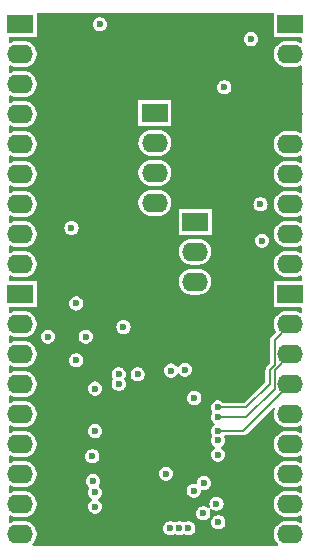
<source format=gbr>
G04 --- HEADER BEGIN --- *
G04 #@! TF.GenerationSoftware,LibrePCB,LibrePCB,0.1.6*
G04 #@! TF.CreationDate,2022-05-15T02:00:43*
G04 #@! TF.ProjectId,ttgo_bob,bfd8dc32-b202-4bf0-b9b5-60a84d76451e,v1*
G04 #@! TF.Part,Single*
G04 #@! TF.SameCoordinates*
G04 #@! TF.FileFunction,Copper,L2,Inr*
G04 #@! TF.FilePolarity,Positive*
%FSLAX66Y66*%
%MOMM*%
G01*
G75*
G04 --- HEADER END --- *
G04 --- APERTURE LIST BEGIN --- *
G04 #@! TA.AperFunction,ComponentPad*
%ADD10R,2.19X1.587*%
%ADD11O,2.19X1.587*%
G04 #@! TA.AperFunction,ViaPad*
%ADD12C,0.6*%
G04 #@! TA.AperFunction,Conductor*
%ADD13C,0.15*%
%ADD14C,0.01*%
G04 #@! TD*
G04 --- APERTURE LIST END --- *
G04 --- BOARD BEGIN --- *
D10*
G04 #@! TO.N,VCC*
G04 #@! TO.C,J5*
G04 #@! TO.P,J5,1,1*
X16063000Y27727000D03*
D11*
G04 #@! TO.N,IO1*
G04 #@! TO.P,J5,2,2*
X16063000Y25187000D03*
G04 #@! TO.N,IO3*
G04 #@! TO.P,J5,3,3*
X16063000Y22647000D03*
G04 #@! TO.N,GND*
G04 #@! TO.P,J5,4,4*
X16063000Y20107000D03*
G04 #@! TO.N,IO9*
G04 #@! TO.C,J3*
G04 #@! TO.P,J3,7,7*
X1270000Y29210000D03*
G04 #@! TO.N,IO1*
G04 #@! TO.P,J3,2,2*
X1270000Y41910000D03*
G04 #@! TO.N,IO12*
G04 #@! TO.P,J3,8,8*
X1270000Y26670000D03*
G04 #@! TO.N,IO5*
G04 #@! TO.P,J3,6,6*
X1270000Y31750000D03*
G04 #@! TO.N,IO4*
G04 #@! TO.P,J3,5,5*
X1270000Y34290000D03*
G04 #@! TO.N,IO2*
G04 #@! TO.P,J3,3,3*
X1270000Y39370000D03*
G04 #@! TO.N,IO3*
G04 #@! TO.P,J3,4,4*
X1270000Y36830000D03*
G04 #@! TO.N,IO13*
G04 #@! TO.P,J3,9,9*
X1270000Y24130000D03*
D10*
G04 #@! TO.N,IO0*
G04 #@! TO.P,J3,1,1*
X1270000Y44450000D03*
D11*
G04 #@! TO.N,IO21*
G04 #@! TO.C,J2*
G04 #@! TO.P,J2,7,7*
X24130000Y6350000D03*
G04 #@! TO.N,IO27*
G04 #@! TO.P,J2,2,2*
X24130000Y19050000D03*
G04 #@! TO.N,IO19*
G04 #@! TO.P,J2,8,8*
X24130000Y3810000D03*
G04 #@! TO.N,IO22*
G04 #@! TO.P,J2,6,6*
X24130000Y8890000D03*
G04 #@! TO.N,IO23*
G04 #@! TO.P,J2,5,5*
X24130000Y11430000D03*
G04 #@! TO.N,IO26*
G04 #@! TO.P,J2,3,3*
X24130000Y16510000D03*
G04 #@! TO.N,IO25*
G04 #@! TO.P,J2,4,4*
X24130000Y13970000D03*
G04 #@! TO.N,IO18*
G04 #@! TO.P,J2,9,9*
X24130000Y1270000D03*
D10*
G04 #@! TO.N,IO32*
G04 #@! TO.P,J2,1,1*
X24130000Y21590000D03*
G04 #@! TO.N,IO14*
G04 #@! TO.C,J6*
G04 #@! TO.P,J6,1,1*
X12660000Y36935000D03*
D11*
G04 #@! TO.N,IO12*
G04 #@! TO.P,J6,2,2*
X12660000Y34395000D03*
G04 #@! TO.N,IO13*
G04 #@! TO.P,J6,3,3*
X12660000Y31855000D03*
G04 #@! TO.N,IO15*
G04 #@! TO.P,J6,4,4*
X12660000Y29315000D03*
G04 #@! TO.N,SIO1*
G04 #@! TO.C,J4*
G04 #@! TO.P,J4,7,7*
X1270000Y6350000D03*
G04 #@! TO.N,IO15*
G04 #@! TO.P,J4,2,2*
X1270000Y19050000D03*
G04 #@! TO.N,SIO2*
G04 #@! TO.P,J4,8,8*
X1270000Y3810000D03*
G04 #@! TO.N,SIO0*
G04 #@! TO.P,J4,6,6*
X1270000Y8890000D03*
G04 #@! TO.N,SCLK*
G04 #@! TO.P,J4,5,5*
X1270000Y11430000D03*
G04 #@! TO.N,CS*
G04 #@! TO.P,J4,3,3*
X1270000Y16510000D03*
G04 #@! TO.N,FCS*
G04 #@! TO.P,J4,4,4*
X1270000Y13970000D03*
G04 #@! TO.N,SIO3*
G04 #@! TO.P,J4,9,9*
X1270000Y1270000D03*
D10*
G04 #@! TO.N,IO14*
G04 #@! TO.P,J4,1,1*
X1270000Y21590000D03*
D11*
G04 #@! TO.N,IO35*
G04 #@! TO.C,J1*
G04 #@! TO.P,J1,7,7*
X24130000Y29210000D03*
G04 #@! TO.N,VCC*
G04 #@! TO.P,J1,2,2*
X24130000Y41910000D03*
G04 #@! TO.N,IO34*
G04 #@! TO.P,J1,8,8*
X24130000Y26670000D03*
G04 #@! TO.N,IO36*
G04 #@! TO.P,J1,6,6*
X24130000Y31750000D03*
G04 #@! TO.N,IO39*
G04 #@! TO.P,J1,5,5*
X24130000Y34290000D03*
G04 #@! TO.N,GND*
G04 #@! TO.P,J1,3,3*
X24130000Y39370000D03*
G04 #@! TO.P,J1,4,4*
X24130000Y36830000D03*
G04 #@! TO.N,IO33*
G04 #@! TO.P,J1,9,9*
X24130000Y24130000D03*
D10*
G04 #@! TO.N,EN*
G04 #@! TO.P,J1,1,1*
X24130000Y44450000D03*
D12*
G04 #@! TD.C*
G04 #@! TD.P*
G04 #@! TO.N,IO32*
X18000000Y8000000D03*
G04 #@! TO.N,IO35*
X21600000Y29200000D03*
G04 #@! TO.N,CS*
X14025000Y15125000D03*
G04 #@! TO.N,GND*
X16764000Y40640000D03*
G04 #@! TO.N,IO23*
X13970000Y1778000D03*
G04 #@! TO.N,IO34*
X21725000Y26125000D03*
G04 #@! TO.N,IO26*
X18000000Y11200000D03*
D13*
X20400000Y11200000D02*
X22800000Y13600000D01*
X18000000Y11200000D02*
X20400000Y11200000D01*
X22800000Y13600000D02*
X22800000Y15180000D01*
X22800000Y15180000D02*
X24130000Y16510000D01*
D12*
G04 #@! TO.N,SIO3*
X11200000Y14800000D03*
G04 #@! TO.N,GND*
X7366000Y1016000D03*
G04 #@! TO.N,EN*
X16800000Y5600000D03*
X20800000Y43200000D03*
G04 #@! TO.N,IO27*
X18000000Y12000000D03*
D13*
X22800000Y15600000D02*
X22800000Y17720000D01*
X20400000Y12000000D02*
X22400000Y14000000D01*
X18000000Y12000000D02*
X20400000Y12000000D01*
X22800000Y17720000D02*
X24130000Y19050000D01*
X22400000Y15200000D02*
X22800000Y15600000D01*
X22400000Y14000000D02*
X22400000Y15200000D01*
D12*
G04 #@! TO.N,IO4*
X6800000Y18000000D03*
G04 #@! TO.N,IO1*
X7600000Y3600000D03*
G04 #@! TO.N,GND*
X12700000Y40894000D03*
G04 #@! TO.N,IO21*
X17875000Y3850000D03*
X15950000Y4950000D03*
X7425000Y5775000D03*
G04 #@! TO.N,GND*
X18034000Y14732000D03*
X18034000Y1016000D03*
G04 #@! TO.N,IO22*
X14732000Y1778000D03*
G04 #@! TO.N,IO19*
X7366000Y7874000D03*
X13600000Y6400000D03*
X16764000Y3048000D03*
G04 #@! TO.N,SIO2*
X9600000Y14000000D03*
G04 #@! TO.N,IO0*
X7600000Y13600000D03*
X8000000Y44450000D03*
G04 #@! TO.N,IO33*
X18000000Y9200000D03*
G04 #@! TO.N,VCC*
X18034000Y2286000D03*
X18542000Y39116000D03*
G04 #@! TO.N,IO18*
X15494000Y1778000D03*
G04 #@! TO.N,IO14*
X16000000Y12800000D03*
X5600000Y27200000D03*
G04 #@! TO.N,IO5*
X7600000Y10000000D03*
G04 #@! TO.N,IO9*
X15200000Y15200000D03*
X6000000Y20800000D03*
G04 #@! TO.N,IO2*
X6000000Y16000000D03*
G04 #@! TO.N,SCLK*
X3600000Y18000000D03*
X10000000Y18800000D03*
G04 #@! TO.N,SIO1*
X9600000Y14800000D03*
G04 #@! TO.N,IO25*
X18000000Y10000000D03*
D13*
X20160000Y10000000D02*
X24130000Y13970000D01*
X18000000Y10000000D02*
X20160000Y10000000D01*
D12*
G04 #@! TO.N,IO3*
X7600000Y4800000D03*
G04 #@! TO.N,GND*
X16510000Y38608000D03*
D14*
G04 #@! TA.AperFunction,Conductor*
G36*
X23072247Y319500D02*
X23108437Y370395D01*
X23107375Y432836D01*
X23086821Y467369D01*
X22958987Y607598D01*
X22953433Y614951D01*
X22852068Y778660D01*
X22847969Y786894D01*
X22778415Y966432D01*
X22775892Y975300D01*
X22740513Y1164560D01*
X22739664Y1173725D01*
X22739664Y1366274D01*
X22740513Y1375439D01*
X22775892Y1564699D01*
X22778415Y1573567D01*
X22847969Y1753105D01*
X22852068Y1761339D01*
X22953433Y1925048D01*
X22958987Y1932401D01*
X23088694Y2074685D01*
X23095506Y2080895D01*
X23249159Y2196928D01*
X23256982Y2201772D01*
X23429346Y2287599D01*
X23437921Y2290921D01*
X23623128Y2343617D01*
X23632172Y2345307D01*
X23826195Y2363286D01*
X23830811Y2363500D01*
X24429189Y2363500D01*
X24433805Y2363286D01*
X24627827Y2345308D01*
X24636871Y2343617D01*
X24822078Y2290921D01*
X24830653Y2287599D01*
X24955426Y2225469D01*
X25017226Y2216480D01*
X25072307Y2245908D01*
X25100000Y2314985D01*
X25100000Y2765014D01*
X25080500Y2824341D01*
X25029605Y2860531D01*
X24955426Y2854530D01*
X24830653Y2792400D01*
X24822078Y2789078D01*
X24636869Y2736381D01*
X24627828Y2734692D01*
X24433806Y2716714D01*
X24429189Y2716500D01*
X23830811Y2716500D01*
X23826194Y2716714D01*
X23632171Y2734692D01*
X23623130Y2736381D01*
X23437921Y2789078D01*
X23429346Y2792400D01*
X23256982Y2878227D01*
X23249159Y2883071D01*
X23095506Y2999104D01*
X23088694Y3005314D01*
X22958987Y3147598D01*
X22953433Y3154951D01*
X22852068Y3318660D01*
X22847969Y3326894D01*
X22778415Y3506432D01*
X22775892Y3515300D01*
X22740513Y3704560D01*
X22739664Y3713725D01*
X22739664Y3906274D01*
X22740513Y3915439D01*
X22775892Y4104699D01*
X22778415Y4113567D01*
X22847969Y4293105D01*
X22852068Y4301339D01*
X22953433Y4465048D01*
X22958987Y4472401D01*
X23088694Y4614685D01*
X23095506Y4620895D01*
X23249159Y4736928D01*
X23256982Y4741772D01*
X23429346Y4827599D01*
X23437921Y4830921D01*
X23623128Y4883617D01*
X23632172Y4885307D01*
X23826195Y4903286D01*
X23830811Y4903500D01*
X24429189Y4903500D01*
X24433805Y4903286D01*
X24627827Y4885308D01*
X24636871Y4883617D01*
X24822078Y4830921D01*
X24830653Y4827599D01*
X24955426Y4765469D01*
X25017226Y4756480D01*
X25072307Y4785908D01*
X25100000Y4854985D01*
X25100000Y5305014D01*
X25080500Y5364341D01*
X25029605Y5400531D01*
X24955426Y5394530D01*
X24830653Y5332400D01*
X24822078Y5329078D01*
X24636869Y5276381D01*
X24627828Y5274692D01*
X24433806Y5256714D01*
X24429189Y5256500D01*
X23830811Y5256500D01*
X23826194Y5256714D01*
X23632171Y5274692D01*
X23623130Y5276381D01*
X23437921Y5329078D01*
X23429346Y5332400D01*
X23256982Y5418227D01*
X23249159Y5423071D01*
X23095506Y5539104D01*
X23088694Y5545314D01*
X22958987Y5687598D01*
X22953433Y5694951D01*
X22852068Y5858660D01*
X22847969Y5866894D01*
X22778415Y6046432D01*
X22775892Y6055300D01*
X22740513Y6244560D01*
X22739664Y6253725D01*
X22739664Y6446274D01*
X22740513Y6455439D01*
X22775892Y6644699D01*
X22778415Y6653567D01*
X22847969Y6833105D01*
X22852068Y6841339D01*
X22953433Y7005048D01*
X22958987Y7012401D01*
X23088694Y7154685D01*
X23095506Y7160895D01*
X23249159Y7276928D01*
X23256982Y7281772D01*
X23429346Y7367599D01*
X23437921Y7370921D01*
X23623128Y7423617D01*
X23632172Y7425307D01*
X23826195Y7443286D01*
X23830811Y7443500D01*
X24429189Y7443500D01*
X24433805Y7443286D01*
X24627827Y7425308D01*
X24636871Y7423617D01*
X24822078Y7370921D01*
X24830653Y7367599D01*
X24955426Y7305469D01*
X25017226Y7296480D01*
X25072307Y7325908D01*
X25100000Y7394985D01*
X25100000Y7845014D01*
X25080500Y7904341D01*
X25029605Y7940531D01*
X24955426Y7934530D01*
X24830653Y7872400D01*
X24822078Y7869078D01*
X24636869Y7816381D01*
X24627828Y7814692D01*
X24433806Y7796714D01*
X24429189Y7796500D01*
X23830811Y7796500D01*
X23826194Y7796714D01*
X23632171Y7814692D01*
X23623130Y7816381D01*
X23437921Y7869078D01*
X23429346Y7872400D01*
X23256982Y7958227D01*
X23249159Y7963071D01*
X23095506Y8079104D01*
X23088694Y8085314D01*
X22958987Y8227598D01*
X22953433Y8234951D01*
X22852068Y8398660D01*
X22847969Y8406894D01*
X22778415Y8586432D01*
X22775892Y8595300D01*
X22740513Y8784560D01*
X22739664Y8793725D01*
X22739664Y8986274D01*
X22740513Y8995439D01*
X22775892Y9184699D01*
X22778415Y9193567D01*
X22847969Y9373105D01*
X22852068Y9381339D01*
X22953433Y9545048D01*
X22958987Y9552401D01*
X23088694Y9694685D01*
X23095506Y9700895D01*
X23249159Y9816928D01*
X23256982Y9821772D01*
X23429346Y9907599D01*
X23437921Y9910921D01*
X23623128Y9963617D01*
X23632172Y9965307D01*
X23826195Y9983286D01*
X23830811Y9983500D01*
X24429189Y9983500D01*
X24433805Y9983286D01*
X24627827Y9965308D01*
X24636871Y9963617D01*
X24822078Y9910921D01*
X24830653Y9907599D01*
X24955426Y9845469D01*
X25017226Y9836480D01*
X25072307Y9865908D01*
X25100000Y9934985D01*
X25100000Y10385014D01*
X25080500Y10444341D01*
X25029605Y10480531D01*
X24955426Y10474530D01*
X24830653Y10412400D01*
X24822078Y10409078D01*
X24636869Y10356381D01*
X24627828Y10354692D01*
X24433806Y10336714D01*
X24429189Y10336500D01*
X23830811Y10336500D01*
X23826194Y10336714D01*
X23632171Y10354692D01*
X23623130Y10356381D01*
X23437921Y10409078D01*
X23429346Y10412400D01*
X23256982Y10498227D01*
X23249159Y10503071D01*
X23095506Y10619104D01*
X23088694Y10625314D01*
X22958987Y10767598D01*
X22953433Y10774951D01*
X22852068Y10938660D01*
X22847969Y10946894D01*
X22778415Y11126432D01*
X22775892Y11135300D01*
X22740513Y11324560D01*
X22739664Y11333725D01*
X22739664Y11526274D01*
X22740513Y11535439D01*
X22775892Y11724699D01*
X22778415Y11733567D01*
X22831363Y11870240D01*
X22834612Y11932605D01*
X22800227Y11984737D01*
X22741619Y12006303D01*
X22667405Y11977075D01*
X20427937Y9737607D01*
X20421990Y9732528D01*
X20407658Y9722115D01*
X20395725Y9711924D01*
X20385982Y9702181D01*
X20373407Y9693045D01*
X20361131Y9686790D01*
X20347749Y9678590D01*
X20336608Y9670496D01*
X20322766Y9663442D01*
X20309667Y9659186D01*
X20295168Y9653180D01*
X20282893Y9646926D01*
X20268109Y9642122D01*
X20254501Y9639967D01*
X20239241Y9636303D01*
X20226154Y9632051D01*
X20210790Y9629617D01*
X20197022Y9629617D01*
X20181379Y9628386D01*
X20163882Y9625615D01*
X20156069Y9625000D01*
X18619155Y9625000D01*
X18559828Y9605500D01*
X18523638Y9554605D01*
X18530610Y9478527D01*
X18533418Y9473176D01*
X18580418Y9349250D01*
X18583295Y9337581D01*
X18599271Y9206004D01*
X18599271Y9193996D01*
X18583294Y9062418D01*
X18580418Y9050749D01*
X18533419Y8926824D01*
X18527837Y8916188D01*
X18452540Y8807102D01*
X18444579Y8798116D01*
X18345370Y8710224D01*
X18335475Y8703394D01*
X18307182Y8688544D01*
X18263712Y8643706D01*
X18255321Y8581823D01*
X18307184Y8511453D01*
X18335476Y8496605D01*
X18345370Y8489775D01*
X18444579Y8401883D01*
X18452540Y8392897D01*
X18527837Y8283811D01*
X18533419Y8273175D01*
X18580418Y8149250D01*
X18583295Y8137581D01*
X18599271Y8006004D01*
X18599271Y7993996D01*
X18583294Y7862418D01*
X18580418Y7850749D01*
X18533419Y7726824D01*
X18527837Y7716188D01*
X18452540Y7607102D01*
X18444579Y7598116D01*
X18345370Y7510224D01*
X18335478Y7503396D01*
X18218115Y7441800D01*
X18206891Y7437543D01*
X18078197Y7405822D01*
X18066272Y7404374D01*
X17933728Y7404374D01*
X17921803Y7405822D01*
X17793108Y7437543D01*
X17781884Y7441800D01*
X17664521Y7503396D01*
X17654629Y7510224D01*
X17555420Y7598116D01*
X17547459Y7607102D01*
X17472162Y7716188D01*
X17466580Y7726824D01*
X17419581Y7850750D01*
X17416705Y7862417D01*
X17400729Y7993996D01*
X17400729Y8006004D01*
X17416705Y8137582D01*
X17419581Y8149249D01*
X17466580Y8273175D01*
X17472162Y8283811D01*
X17547459Y8392897D01*
X17555420Y8401883D01*
X17654629Y8489775D01*
X17664524Y8496605D01*
X17692817Y8511455D01*
X17736287Y8556293D01*
X17744678Y8618176D01*
X17692815Y8688546D01*
X17664523Y8703394D01*
X17654629Y8710224D01*
X17555420Y8798116D01*
X17547459Y8807102D01*
X17472162Y8916188D01*
X17466580Y8926824D01*
X17419581Y9050750D01*
X17416705Y9062417D01*
X17400729Y9193996D01*
X17400729Y9206004D01*
X17416705Y9337582D01*
X17419581Y9349249D01*
X17466580Y9473175D01*
X17472162Y9483811D01*
X17513151Y9543194D01*
X17530804Y9603097D01*
X17513150Y9656807D01*
X17472163Y9716186D01*
X17466580Y9726824D01*
X17419581Y9850750D01*
X17416705Y9862417D01*
X17400729Y9993996D01*
X17400729Y10006004D01*
X17416705Y10137582D01*
X17419581Y10149249D01*
X17466580Y10273175D01*
X17472162Y10283811D01*
X17547459Y10392897D01*
X17555420Y10401883D01*
X17654629Y10489775D01*
X17664524Y10496605D01*
X17692817Y10511455D01*
X17736287Y10556293D01*
X17744678Y10618176D01*
X17692815Y10688546D01*
X17664523Y10703394D01*
X17654629Y10710224D01*
X17555420Y10798116D01*
X17547459Y10807102D01*
X17472162Y10916188D01*
X17466580Y10926824D01*
X17419581Y11050750D01*
X17416705Y11062417D01*
X17400729Y11193996D01*
X17400729Y11206004D01*
X17416705Y11337582D01*
X17419581Y11349249D01*
X17466580Y11473175D01*
X17472163Y11483813D01*
X17513150Y11543192D01*
X17530804Y11603095D01*
X17513151Y11656805D01*
X17472162Y11716188D01*
X17466580Y11726824D01*
X17419581Y11850750D01*
X17416705Y11862417D01*
X17400729Y11993996D01*
X17400729Y12006004D01*
X17416705Y12137582D01*
X17419581Y12149249D01*
X17466580Y12273175D01*
X17472162Y12283811D01*
X17547459Y12392897D01*
X17555420Y12401883D01*
X17654629Y12489775D01*
X17664521Y12496603D01*
X17781884Y12558199D01*
X17793108Y12562456D01*
X17921802Y12594177D01*
X17933727Y12595625D01*
X18066271Y12595625D01*
X18078196Y12594177D01*
X18206891Y12562456D01*
X18218115Y12558199D01*
X18335478Y12496603D01*
X18345370Y12489775D01*
X18446537Y12400149D01*
X18475728Y12389078D01*
X18475728Y38520374D01*
X18463803Y38521822D01*
X18335108Y38553543D01*
X18323884Y38557800D01*
X18206521Y38619396D01*
X18196629Y38626224D01*
X18097420Y38714116D01*
X18089459Y38723102D01*
X18014162Y38832188D01*
X18008580Y38842824D01*
X17961581Y38966750D01*
X17958705Y38978417D01*
X17942729Y39109996D01*
X17942729Y39122004D01*
X17958705Y39253582D01*
X17961581Y39265249D01*
X18008580Y39389175D01*
X18014162Y39399811D01*
X18089459Y39508897D01*
X18097420Y39517883D01*
X18196629Y39605775D01*
X18206521Y39612603D01*
X18323884Y39674199D01*
X18335108Y39678456D01*
X18463802Y39710177D01*
X18475727Y39711625D01*
X18608271Y39711625D01*
X18620196Y39710177D01*
X18748891Y39678456D01*
X18760115Y39674199D01*
X18877478Y39612603D01*
X18887370Y39605775D01*
X18986579Y39517883D01*
X18994540Y39508897D01*
X19069837Y39399811D01*
X19075419Y39389175D01*
X19122418Y39265250D01*
X19125295Y39253581D01*
X19141271Y39122004D01*
X19141271Y39109996D01*
X19125294Y38978418D01*
X19122418Y38966749D01*
X19075419Y38842824D01*
X19069837Y38832188D01*
X18994540Y38723102D01*
X18986579Y38714116D01*
X18887370Y38626224D01*
X18877478Y38619396D01*
X18760115Y38557800D01*
X18748891Y38553543D01*
X18620197Y38521822D01*
X18608272Y38520374D01*
X18475728Y38520374D01*
X18475728Y12389078D01*
X18512849Y12375000D01*
X20203248Y12375000D01*
X20273959Y12404289D01*
X20733728Y12864058D01*
X20733728Y42604374D01*
X20721803Y42605822D01*
X20593108Y42637543D01*
X20581884Y42641800D01*
X20464521Y42703396D01*
X20454629Y42710224D01*
X20355420Y42798116D01*
X20347459Y42807102D01*
X20272162Y42916188D01*
X20266580Y42926824D01*
X20219581Y43050750D01*
X20216705Y43062417D01*
X20200729Y43193996D01*
X20200729Y43206004D01*
X20216705Y43337582D01*
X20219581Y43349249D01*
X20266580Y43473175D01*
X20272162Y43483811D01*
X20347459Y43592897D01*
X20355420Y43601883D01*
X20454629Y43689775D01*
X20464521Y43696603D01*
X20581884Y43758199D01*
X20593108Y43762456D01*
X20721802Y43794177D01*
X20733727Y43795625D01*
X20866271Y43795625D01*
X20878196Y43794177D01*
X21006891Y43762456D01*
X21018115Y43758199D01*
X21135478Y43696603D01*
X21145370Y43689775D01*
X21244579Y43601883D01*
X21252540Y43592897D01*
X21327837Y43483811D01*
X21333419Y43473175D01*
X21380418Y43349250D01*
X21383295Y43337581D01*
X21399271Y43206004D01*
X21399271Y43193996D01*
X21383294Y43062418D01*
X21380418Y43050749D01*
X21333419Y42926824D01*
X21327837Y42916188D01*
X21252540Y42807102D01*
X21244579Y42798116D01*
X21145370Y42710224D01*
X21135478Y42703396D01*
X21018115Y42641800D01*
X21006891Y42637543D01*
X20878197Y42605822D01*
X20866272Y42604374D01*
X20733728Y42604374D01*
X20733728Y12864058D01*
X21658728Y13789058D01*
X21658728Y25529374D01*
X21646803Y25530822D01*
X21518108Y25562543D01*
X21506884Y25566800D01*
X21389521Y25628396D01*
X21379629Y25635224D01*
X21280420Y25723116D01*
X21272459Y25732102D01*
X21197162Y25841188D01*
X21191580Y25851824D01*
X21144581Y25975750D01*
X21141705Y25987417D01*
X21125729Y26118996D01*
X21125729Y26131004D01*
X21141705Y26262582D01*
X21144581Y26274249D01*
X21191580Y26398175D01*
X21197162Y26408811D01*
X21272459Y26517897D01*
X21280420Y26526883D01*
X21379629Y26614775D01*
X21389521Y26621603D01*
X21506884Y26683199D01*
X21518108Y26687456D01*
X21533728Y26691306D01*
X21533728Y28604374D01*
X21521803Y28605822D01*
X21393108Y28637543D01*
X21381884Y28641800D01*
X21264521Y28703396D01*
X21254629Y28710224D01*
X21155420Y28798116D01*
X21147459Y28807102D01*
X21072162Y28916188D01*
X21066580Y28926824D01*
X21019581Y29050750D01*
X21016705Y29062417D01*
X21000729Y29193996D01*
X21000729Y29206004D01*
X21016705Y29337582D01*
X21019581Y29349249D01*
X21066580Y29473175D01*
X21072162Y29483811D01*
X21147459Y29592897D01*
X21155420Y29601883D01*
X21254629Y29689775D01*
X21264521Y29696603D01*
X21381884Y29758199D01*
X21393108Y29762456D01*
X21521802Y29794177D01*
X21533727Y29795625D01*
X21666271Y29795625D01*
X21678196Y29794177D01*
X21806891Y29762456D01*
X21818115Y29758199D01*
X21935478Y29696603D01*
X21945370Y29689775D01*
X22044579Y29601883D01*
X22052540Y29592897D01*
X22127837Y29483811D01*
X22133419Y29473175D01*
X22180418Y29349250D01*
X22183295Y29337581D01*
X22199271Y29206004D01*
X22199271Y29193996D01*
X22183294Y29062418D01*
X22180418Y29050749D01*
X22133419Y28926824D01*
X22127837Y28916188D01*
X22052540Y28807102D01*
X22044579Y28798116D01*
X21945370Y28710224D01*
X21935478Y28703396D01*
X21818115Y28641800D01*
X21806891Y28637543D01*
X21678197Y28605822D01*
X21666272Y28604374D01*
X21533728Y28604374D01*
X21533728Y26691306D01*
X21646802Y26719177D01*
X21658727Y26720625D01*
X21791271Y26720625D01*
X21803196Y26719177D01*
X21931891Y26687456D01*
X21943115Y26683199D01*
X22060478Y26621603D01*
X22070370Y26614775D01*
X22169579Y26526883D01*
X22177540Y26517897D01*
X22252837Y26408811D01*
X22258419Y26398175D01*
X22305418Y26274250D01*
X22308295Y26262581D01*
X22324271Y26131004D01*
X22324271Y26118996D01*
X22308294Y25987418D01*
X22305418Y25975749D01*
X22258419Y25851824D01*
X22252837Y25841188D01*
X22177540Y25732102D01*
X22169579Y25723116D01*
X22070370Y25635224D01*
X22060478Y25628396D01*
X21943115Y25566800D01*
X21931891Y25562543D01*
X21803197Y25530822D01*
X21791272Y25529374D01*
X21658728Y25529374D01*
X21658728Y13789058D01*
X21995711Y14126041D01*
X22025000Y14196752D01*
X22025000Y15196069D01*
X22025615Y15203882D01*
X22028385Y15221373D01*
X22029616Y15237016D01*
X22029616Y15250790D01*
X22032049Y15266151D01*
X22036305Y15279249D01*
X22039968Y15294507D01*
X22042122Y15308108D01*
X22046926Y15322893D01*
X22053179Y15335166D01*
X22059183Y15349661D01*
X22063440Y15362762D01*
X22070498Y15376614D01*
X22078593Y15387755D01*
X22086794Y15401138D01*
X22093046Y15413409D01*
X22102180Y15425981D01*
X22111926Y15435727D01*
X22122116Y15447658D01*
X22132526Y15461986D01*
X22137614Y15467943D01*
X22395711Y15726040D01*
X22425000Y15796751D01*
X22425000Y17716069D01*
X22425615Y17723882D01*
X22428386Y17741379D01*
X22429617Y17757022D01*
X22429617Y17770792D01*
X22432049Y17786147D01*
X22436303Y17799240D01*
X22439966Y17814497D01*
X22442122Y17828107D01*
X22446927Y17842896D01*
X22453181Y17855170D01*
X22459187Y17869669D01*
X22463441Y17882761D01*
X22470500Y17896616D01*
X22478594Y17907757D01*
X22486789Y17921130D01*
X22493046Y17933410D01*
X22502179Y17945980D01*
X22511924Y17955725D01*
X22522115Y17967658D01*
X22532526Y17981988D01*
X22537610Y17987941D01*
X22894054Y18344385D01*
X22922216Y18400125D01*
X22908364Y18467740D01*
X22852072Y18558654D01*
X22847968Y18566896D01*
X22778415Y18746432D01*
X22775892Y18755300D01*
X22740513Y18944560D01*
X22739664Y18953725D01*
X22739664Y19146274D01*
X22740513Y19155439D01*
X22775892Y19344699D01*
X22778415Y19353567D01*
X22847969Y19533105D01*
X22852068Y19541339D01*
X22953433Y19705048D01*
X22958987Y19712401D01*
X23088694Y19854685D01*
X23095506Y19860895D01*
X23249159Y19976928D01*
X23256982Y19981772D01*
X23429346Y20067599D01*
X23437921Y20070921D01*
X23623128Y20123617D01*
X23632172Y20125307D01*
X23826195Y20143286D01*
X23830811Y20143500D01*
X24429189Y20143500D01*
X24433805Y20143286D01*
X24627827Y20125308D01*
X24636871Y20123617D01*
X24822078Y20070921D01*
X24830653Y20067599D01*
X24955426Y20005469D01*
X25017226Y19996480D01*
X25072307Y20025908D01*
X25100000Y20094985D01*
X25100000Y20396500D01*
X25080500Y20455827D01*
X25000000Y20496500D01*
X22751013Y20496500D01*
X22746248Y20498066D01*
X22735000Y20520328D01*
X22735000Y22667487D01*
X22736566Y22672252D01*
X22758828Y22683500D01*
X25000000Y22683500D01*
X25059327Y22703000D01*
X25100000Y22783500D01*
X25100000Y23085014D01*
X25080500Y23144341D01*
X25029605Y23180531D01*
X24955426Y23174530D01*
X24830653Y23112400D01*
X24822078Y23109078D01*
X24636869Y23056381D01*
X24627828Y23054692D01*
X24433806Y23036714D01*
X24429189Y23036500D01*
X23830811Y23036500D01*
X23826194Y23036714D01*
X23632171Y23054692D01*
X23623130Y23056381D01*
X23437921Y23109078D01*
X23429346Y23112400D01*
X23256982Y23198227D01*
X23249159Y23203071D01*
X23095506Y23319104D01*
X23088694Y23325314D01*
X22958987Y23467598D01*
X22953433Y23474951D01*
X22852068Y23638660D01*
X22847969Y23646894D01*
X22778415Y23826432D01*
X22775892Y23835300D01*
X22740513Y24024560D01*
X22739664Y24033725D01*
X22739664Y24226274D01*
X22740513Y24235439D01*
X22775892Y24424699D01*
X22778415Y24433567D01*
X22847969Y24613105D01*
X22852068Y24621339D01*
X22953433Y24785048D01*
X22958987Y24792401D01*
X23088694Y24934685D01*
X23095506Y24940895D01*
X23249159Y25056928D01*
X23256982Y25061772D01*
X23429346Y25147599D01*
X23437921Y25150921D01*
X23623128Y25203617D01*
X23632172Y25205307D01*
X23826195Y25223286D01*
X23830811Y25223500D01*
X24429189Y25223500D01*
X24433805Y25223286D01*
X24627827Y25205308D01*
X24636871Y25203617D01*
X24822078Y25150921D01*
X24830653Y25147599D01*
X24955426Y25085469D01*
X25017226Y25076480D01*
X25072307Y25105908D01*
X25100000Y25174985D01*
X25100000Y25625014D01*
X25080500Y25684341D01*
X25029605Y25720531D01*
X24955426Y25714530D01*
X24830653Y25652400D01*
X24822078Y25649078D01*
X24636869Y25596381D01*
X24627828Y25594692D01*
X24433806Y25576714D01*
X24429189Y25576500D01*
X23830811Y25576500D01*
X23826194Y25576714D01*
X23632171Y25594692D01*
X23623130Y25596381D01*
X23437921Y25649078D01*
X23429346Y25652400D01*
X23256982Y25738227D01*
X23249159Y25743071D01*
X23095506Y25859104D01*
X23088694Y25865314D01*
X22958987Y26007598D01*
X22953433Y26014951D01*
X22852068Y26178660D01*
X22847969Y26186894D01*
X22778415Y26366432D01*
X22775892Y26375300D01*
X22740513Y26564560D01*
X22739664Y26573725D01*
X22739664Y26766274D01*
X22740513Y26775439D01*
X22775892Y26964699D01*
X22778415Y26973567D01*
X22847969Y27153105D01*
X22852068Y27161339D01*
X22953433Y27325048D01*
X22958987Y27332401D01*
X23088694Y27474685D01*
X23095506Y27480895D01*
X23249159Y27596928D01*
X23256982Y27601772D01*
X23429346Y27687599D01*
X23437921Y27690921D01*
X23623128Y27743617D01*
X23632172Y27745307D01*
X23826195Y27763286D01*
X23830811Y27763500D01*
X24429189Y27763500D01*
X24433805Y27763286D01*
X24627827Y27745308D01*
X24636871Y27743617D01*
X24822078Y27690921D01*
X24830653Y27687599D01*
X24955426Y27625469D01*
X25017226Y27616480D01*
X25072307Y27645908D01*
X25100000Y27714985D01*
X25100000Y28165014D01*
X25080500Y28224341D01*
X25029605Y28260531D01*
X24955426Y28254530D01*
X24830653Y28192400D01*
X24822078Y28189078D01*
X24636869Y28136381D01*
X24627828Y28134692D01*
X24433806Y28116714D01*
X24429189Y28116500D01*
X23830811Y28116500D01*
X23826194Y28116714D01*
X23632171Y28134692D01*
X23623130Y28136381D01*
X23437921Y28189078D01*
X23429346Y28192400D01*
X23256982Y28278227D01*
X23249159Y28283071D01*
X23095506Y28399104D01*
X23088694Y28405314D01*
X22958987Y28547598D01*
X22953433Y28554951D01*
X22852068Y28718660D01*
X22847969Y28726894D01*
X22778415Y28906432D01*
X22775892Y28915300D01*
X22740513Y29104560D01*
X22739664Y29113725D01*
X22739664Y29306274D01*
X22740513Y29315439D01*
X22775892Y29504699D01*
X22778415Y29513567D01*
X22847969Y29693105D01*
X22852068Y29701339D01*
X22953433Y29865048D01*
X22958987Y29872401D01*
X23088694Y30014685D01*
X23095506Y30020895D01*
X23249159Y30136928D01*
X23256982Y30141772D01*
X23429346Y30227599D01*
X23437921Y30230921D01*
X23623128Y30283617D01*
X23632172Y30285307D01*
X23826195Y30303286D01*
X23830811Y30303500D01*
X24429189Y30303500D01*
X24433805Y30303286D01*
X24627827Y30285308D01*
X24636871Y30283617D01*
X24822078Y30230921D01*
X24830653Y30227599D01*
X24955426Y30165469D01*
X25017226Y30156480D01*
X25072307Y30185908D01*
X25100000Y30254985D01*
X25100000Y30705014D01*
X25080500Y30764341D01*
X25029605Y30800531D01*
X24955426Y30794530D01*
X24830653Y30732400D01*
X24822078Y30729078D01*
X24636869Y30676381D01*
X24627828Y30674692D01*
X24433806Y30656714D01*
X24429189Y30656500D01*
X23830811Y30656500D01*
X23826194Y30656714D01*
X23632171Y30674692D01*
X23623130Y30676381D01*
X23437921Y30729078D01*
X23429346Y30732400D01*
X23256982Y30818227D01*
X23249159Y30823071D01*
X23095506Y30939104D01*
X23088694Y30945314D01*
X22958987Y31087598D01*
X22953433Y31094951D01*
X22852068Y31258660D01*
X22847969Y31266894D01*
X22778415Y31446432D01*
X22775892Y31455300D01*
X22740513Y31644560D01*
X22739664Y31653725D01*
X22739664Y31846274D01*
X22740513Y31855439D01*
X22775892Y32044699D01*
X22778415Y32053567D01*
X22847969Y32233105D01*
X22852068Y32241339D01*
X22953433Y32405048D01*
X22958987Y32412401D01*
X23088694Y32554685D01*
X23095506Y32560895D01*
X23249159Y32676928D01*
X23256982Y32681772D01*
X23429346Y32767599D01*
X23437921Y32770921D01*
X23623128Y32823617D01*
X23632172Y32825307D01*
X23826195Y32843286D01*
X23830811Y32843500D01*
X24429189Y32843500D01*
X24433805Y32843286D01*
X24627827Y32825308D01*
X24636871Y32823617D01*
X24822078Y32770921D01*
X24830653Y32767599D01*
X24955426Y32705469D01*
X25017226Y32696480D01*
X25072307Y32725908D01*
X25100000Y32794985D01*
X25100000Y33245014D01*
X25080500Y33304341D01*
X25029605Y33340531D01*
X24955426Y33334530D01*
X24830653Y33272400D01*
X24822078Y33269078D01*
X24636869Y33216381D01*
X24627828Y33214692D01*
X24433806Y33196714D01*
X24429189Y33196500D01*
X23830811Y33196500D01*
X23826194Y33196714D01*
X23632171Y33214692D01*
X23623130Y33216381D01*
X23437921Y33269078D01*
X23429346Y33272400D01*
X23256982Y33358227D01*
X23249159Y33363071D01*
X23095506Y33479104D01*
X23088694Y33485314D01*
X22958987Y33627598D01*
X22953433Y33634951D01*
X22852068Y33798660D01*
X22847969Y33806894D01*
X22778415Y33986432D01*
X22775892Y33995300D01*
X22740513Y34184560D01*
X22739664Y34193725D01*
X22739664Y34386274D01*
X22740513Y34395439D01*
X22775892Y34584699D01*
X22778415Y34593567D01*
X22847969Y34773105D01*
X22852068Y34781339D01*
X22953433Y34945048D01*
X22958987Y34952401D01*
X23088694Y35094685D01*
X23095506Y35100895D01*
X23249159Y35216928D01*
X23256982Y35221772D01*
X23429346Y35307599D01*
X23437921Y35310921D01*
X23623128Y35363617D01*
X23632172Y35365307D01*
X23826195Y35383286D01*
X23830811Y35383500D01*
X24429189Y35383500D01*
X24433805Y35383286D01*
X24627827Y35365308D01*
X24636871Y35363617D01*
X24822078Y35310921D01*
X24830653Y35307599D01*
X24955426Y35245469D01*
X25017226Y35236480D01*
X25072307Y35265908D01*
X25100000Y35334985D01*
X25100000Y40865014D01*
X25080500Y40924341D01*
X25029605Y40960531D01*
X24955426Y40954530D01*
X24830653Y40892400D01*
X24822078Y40889078D01*
X24636869Y40836381D01*
X24627828Y40834692D01*
X24433806Y40816714D01*
X24429189Y40816500D01*
X23830811Y40816500D01*
X23826194Y40816714D01*
X23632171Y40834692D01*
X23623130Y40836381D01*
X23437921Y40889078D01*
X23429346Y40892400D01*
X23256982Y40978227D01*
X23249159Y40983071D01*
X23095506Y41099104D01*
X23088694Y41105314D01*
X22958987Y41247598D01*
X22953433Y41254951D01*
X22852068Y41418660D01*
X22847969Y41426894D01*
X22778415Y41606432D01*
X22775892Y41615300D01*
X22740513Y41804560D01*
X22739664Y41813725D01*
X22739664Y42006274D01*
X22740513Y42015439D01*
X22775892Y42204699D01*
X22778415Y42213567D01*
X22847969Y42393105D01*
X22852068Y42401339D01*
X22953433Y42565048D01*
X22958987Y42572401D01*
X23088694Y42714685D01*
X23095506Y42720895D01*
X23249159Y42836928D01*
X23256982Y42841772D01*
X23429346Y42927599D01*
X23437921Y42930921D01*
X23623128Y42983617D01*
X23632172Y42985307D01*
X23826195Y43003286D01*
X23830811Y43003500D01*
X24429189Y43003500D01*
X24433805Y43003286D01*
X24627827Y42985308D01*
X24636871Y42983617D01*
X24822078Y42930921D01*
X24830653Y42927599D01*
X24955426Y42865469D01*
X25017226Y42856480D01*
X25072307Y42885908D01*
X25100000Y42954985D01*
X25100000Y43256500D01*
X25080500Y43315827D01*
X25000000Y43356500D01*
X22751013Y43356500D01*
X22746248Y43358066D01*
X22735000Y43380328D01*
X22735000Y45320000D01*
X22715500Y45379327D01*
X22635000Y45420000D01*
X2765000Y45420000D01*
X2705673Y45400500D01*
X2665000Y45320000D01*
X2665000Y43372513D01*
X2663434Y43367748D01*
X2641172Y43356500D01*
X400000Y43356500D01*
X340673Y43337000D01*
X300000Y43256500D01*
X300000Y42954985D01*
X319500Y42895658D01*
X370395Y42859468D01*
X444574Y42865469D01*
X569347Y42927599D01*
X577921Y42930921D01*
X763128Y42983617D01*
X772172Y42985307D01*
X966195Y43003286D01*
X970811Y43003500D01*
X1569189Y43003500D01*
X1573805Y43003286D01*
X1767827Y42985308D01*
X1776871Y42983617D01*
X1962078Y42930921D01*
X1970653Y42927599D01*
X2143017Y42841772D01*
X2150840Y42836928D01*
X2304493Y42720895D01*
X2311305Y42714685D01*
X2441012Y42572401D01*
X2446566Y42565048D01*
X2547931Y42401339D01*
X2552030Y42393105D01*
X2621584Y42213567D01*
X2624107Y42204699D01*
X2659486Y42015439D01*
X2660335Y42006274D01*
X2660335Y41813725D01*
X2659486Y41804560D01*
X2624107Y41615300D01*
X2621584Y41606432D01*
X2552030Y41426894D01*
X2547931Y41418660D01*
X2446566Y41254951D01*
X2441012Y41247598D01*
X2311305Y41105314D01*
X2304493Y41099104D01*
X2150840Y40983071D01*
X2143017Y40978227D01*
X1970653Y40892400D01*
X1962078Y40889078D01*
X1776869Y40836381D01*
X1767828Y40834692D01*
X1573806Y40816714D01*
X1569189Y40816500D01*
X970811Y40816500D01*
X966194Y40816714D01*
X772171Y40834692D01*
X763130Y40836381D01*
X577921Y40889078D01*
X569347Y40892400D01*
X444574Y40954530D01*
X382774Y40963519D01*
X327693Y40934091D01*
X300000Y40865014D01*
X300000Y40414985D01*
X319500Y40355658D01*
X370395Y40319468D01*
X444574Y40325469D01*
X569347Y40387599D01*
X577921Y40390921D01*
X763128Y40443617D01*
X772172Y40445307D01*
X966195Y40463286D01*
X970811Y40463500D01*
X1569189Y40463500D01*
X1573805Y40463286D01*
X1767827Y40445308D01*
X1776871Y40443617D01*
X1962078Y40390921D01*
X1970653Y40387599D01*
X2143017Y40301772D01*
X2150840Y40296928D01*
X2304493Y40180895D01*
X2311305Y40174685D01*
X2441012Y40032401D01*
X2446566Y40025048D01*
X2547931Y39861339D01*
X2552030Y39853105D01*
X2621584Y39673567D01*
X2624107Y39664699D01*
X2659486Y39475439D01*
X2660335Y39466274D01*
X2660335Y39273725D01*
X2659486Y39264560D01*
X2624107Y39075300D01*
X2621584Y39066432D01*
X2552030Y38886894D01*
X2547931Y38878660D01*
X2446566Y38714951D01*
X2441012Y38707598D01*
X2311305Y38565314D01*
X2304493Y38559104D01*
X2150840Y38443071D01*
X2143017Y38438227D01*
X1970653Y38352400D01*
X1962078Y38349078D01*
X1776869Y38296381D01*
X1767828Y38294692D01*
X1573806Y38276714D01*
X1569189Y38276500D01*
X970811Y38276500D01*
X966194Y38276714D01*
X772171Y38294692D01*
X763130Y38296381D01*
X577921Y38349078D01*
X569347Y38352400D01*
X444574Y38414530D01*
X382774Y38423519D01*
X327693Y38394091D01*
X300000Y38325014D01*
X300000Y37874985D01*
X319500Y37815658D01*
X370395Y37779468D01*
X444574Y37785469D01*
X569347Y37847599D01*
X577921Y37850921D01*
X763128Y37903617D01*
X772172Y37905307D01*
X966195Y37923286D01*
X970811Y37923500D01*
X1569189Y37923500D01*
X1573805Y37923286D01*
X1767827Y37905308D01*
X1776871Y37903617D01*
X1962078Y37850921D01*
X1970653Y37847599D01*
X2143017Y37761772D01*
X2150840Y37756928D01*
X2304493Y37640895D01*
X2311305Y37634685D01*
X2441012Y37492401D01*
X2446566Y37485048D01*
X2547931Y37321339D01*
X2552030Y37313105D01*
X2621584Y37133567D01*
X2624107Y37124699D01*
X2659486Y36935439D01*
X2660335Y36926274D01*
X2660335Y36733725D01*
X2659486Y36724560D01*
X2624107Y36535300D01*
X2621584Y36526432D01*
X2552030Y36346894D01*
X2547931Y36338660D01*
X2446566Y36174951D01*
X2441012Y36167598D01*
X2311305Y36025314D01*
X2304493Y36019104D01*
X2150840Y35903071D01*
X2143017Y35898227D01*
X1970653Y35812400D01*
X1962078Y35809078D01*
X1776869Y35756381D01*
X1767828Y35754692D01*
X1573806Y35736714D01*
X1569189Y35736500D01*
X970811Y35736500D01*
X966194Y35736714D01*
X772171Y35754692D01*
X763130Y35756381D01*
X577921Y35809078D01*
X569347Y35812400D01*
X444574Y35874530D01*
X382774Y35883519D01*
X327693Y35854091D01*
X300000Y35785014D01*
X300000Y35334985D01*
X319500Y35275658D01*
X370395Y35239468D01*
X444574Y35245469D01*
X569347Y35307599D01*
X577921Y35310921D01*
X763128Y35363617D01*
X772172Y35365307D01*
X966195Y35383286D01*
X970811Y35383500D01*
X1569189Y35383500D01*
X1573805Y35383286D01*
X1767827Y35365308D01*
X1776871Y35363617D01*
X1962078Y35310921D01*
X1970653Y35307599D01*
X2143017Y35221772D01*
X2150840Y35216928D01*
X2304493Y35100895D01*
X2311305Y35094685D01*
X2441012Y34952401D01*
X2446566Y34945048D01*
X2547931Y34781339D01*
X2552030Y34773105D01*
X2621584Y34593567D01*
X2624107Y34584699D01*
X2659486Y34395439D01*
X2660335Y34386274D01*
X2660335Y34193725D01*
X2659486Y34184560D01*
X2624107Y33995300D01*
X2621584Y33986432D01*
X2552030Y33806894D01*
X2547931Y33798660D01*
X2446566Y33634951D01*
X2441012Y33627598D01*
X2311305Y33485314D01*
X2304493Y33479104D01*
X2150840Y33363071D01*
X2143017Y33358227D01*
X1970653Y33272400D01*
X1962078Y33269078D01*
X1776869Y33216381D01*
X1767828Y33214692D01*
X1573806Y33196714D01*
X1569189Y33196500D01*
X970811Y33196500D01*
X966194Y33196714D01*
X772171Y33214692D01*
X763130Y33216381D01*
X577921Y33269078D01*
X569347Y33272400D01*
X444574Y33334530D01*
X382774Y33343519D01*
X327693Y33314091D01*
X300000Y33245014D01*
X300000Y32794985D01*
X319500Y32735658D01*
X370395Y32699468D01*
X444574Y32705469D01*
X569347Y32767599D01*
X577921Y32770921D01*
X763128Y32823617D01*
X772172Y32825307D01*
X966195Y32843286D01*
X970811Y32843500D01*
X1569189Y32843500D01*
X1573805Y32843286D01*
X1767827Y32825308D01*
X1776871Y32823617D01*
X1962078Y32770921D01*
X1970653Y32767599D01*
X2143017Y32681772D01*
X2150840Y32676928D01*
X2304493Y32560895D01*
X2311305Y32554685D01*
X2441012Y32412401D01*
X2446566Y32405048D01*
X2547931Y32241339D01*
X2552030Y32233105D01*
X2621584Y32053567D01*
X2624107Y32044699D01*
X2659486Y31855439D01*
X2660335Y31846274D01*
X2660335Y31653725D01*
X2659486Y31644560D01*
X2624107Y31455300D01*
X2621584Y31446432D01*
X2552030Y31266894D01*
X2547931Y31258660D01*
X2446566Y31094951D01*
X2441012Y31087598D01*
X2311305Y30945314D01*
X2304493Y30939104D01*
X2150840Y30823071D01*
X2143017Y30818227D01*
X1970653Y30732400D01*
X1962078Y30729078D01*
X1776869Y30676381D01*
X1767828Y30674692D01*
X1573806Y30656714D01*
X1569189Y30656500D01*
X970811Y30656500D01*
X966194Y30656714D01*
X772171Y30674692D01*
X763130Y30676381D01*
X577921Y30729078D01*
X569347Y30732400D01*
X444574Y30794530D01*
X382774Y30803519D01*
X327693Y30774091D01*
X300000Y30705014D01*
X300000Y30254985D01*
X319500Y30195658D01*
X370395Y30159468D01*
X444574Y30165469D01*
X569347Y30227599D01*
X577921Y30230921D01*
X763128Y30283617D01*
X772172Y30285307D01*
X966195Y30303286D01*
X970811Y30303500D01*
X1569189Y30303500D01*
X1573805Y30303286D01*
X1767827Y30285308D01*
X1776871Y30283617D01*
X1962078Y30230921D01*
X1970653Y30227599D01*
X2143017Y30141772D01*
X2150840Y30136928D01*
X2304493Y30020895D01*
X2311305Y30014685D01*
X2441012Y29872401D01*
X2446566Y29865048D01*
X2547931Y29701339D01*
X2552030Y29693105D01*
X2621584Y29513567D01*
X2624107Y29504699D01*
X2659486Y29315439D01*
X2660335Y29306274D01*
X2660335Y29113725D01*
X2659486Y29104560D01*
X2624107Y28915300D01*
X2621584Y28906432D01*
X2552030Y28726894D01*
X2547931Y28718660D01*
X2446566Y28554951D01*
X2441012Y28547598D01*
X2311305Y28405314D01*
X2304493Y28399104D01*
X2150840Y28283071D01*
X2143017Y28278227D01*
X1970653Y28192400D01*
X1962078Y28189078D01*
X1776869Y28136381D01*
X1767828Y28134692D01*
X1573806Y28116714D01*
X1569189Y28116500D01*
X970811Y28116500D01*
X966194Y28116714D01*
X772171Y28134692D01*
X763130Y28136381D01*
X577921Y28189078D01*
X569347Y28192400D01*
X444574Y28254530D01*
X382774Y28263519D01*
X327693Y28234091D01*
X300000Y28165014D01*
X300000Y27714985D01*
X319500Y27655658D01*
X370395Y27619468D01*
X444574Y27625469D01*
X569347Y27687599D01*
X577921Y27690921D01*
X763128Y27743617D01*
X772172Y27745307D01*
X966195Y27763286D01*
X970811Y27763500D01*
X1569189Y27763500D01*
X1573805Y27763286D01*
X1767827Y27745308D01*
X1776871Y27743617D01*
X1962078Y27690921D01*
X1970653Y27687599D01*
X2143017Y27601772D01*
X2150840Y27596928D01*
X2304493Y27480895D01*
X2311305Y27474685D01*
X2441012Y27332401D01*
X2446566Y27325048D01*
X2547931Y27161339D01*
X2552030Y27153105D01*
X2621584Y26973567D01*
X2624107Y26964699D01*
X2659486Y26775439D01*
X2660335Y26766274D01*
X2660335Y26573725D01*
X2659486Y26564560D01*
X2624107Y26375300D01*
X2621584Y26366432D01*
X2552030Y26186894D01*
X2547931Y26178660D01*
X2446566Y26014951D01*
X2441012Y26007598D01*
X2311305Y25865314D01*
X2304493Y25859104D01*
X2150840Y25743071D01*
X2143017Y25738227D01*
X1970653Y25652400D01*
X1962078Y25649078D01*
X1776869Y25596381D01*
X1767828Y25594692D01*
X1573806Y25576714D01*
X1569189Y25576500D01*
X970811Y25576500D01*
X966194Y25576714D01*
X772171Y25594692D01*
X763130Y25596381D01*
X577921Y25649078D01*
X569347Y25652400D01*
X444574Y25714530D01*
X382774Y25723519D01*
X327693Y25694091D01*
X300000Y25625014D01*
X300000Y25174985D01*
X319500Y25115658D01*
X370395Y25079468D01*
X444574Y25085469D01*
X569347Y25147599D01*
X577921Y25150921D01*
X763128Y25203617D01*
X772172Y25205307D01*
X966195Y25223286D01*
X970811Y25223500D01*
X1569189Y25223500D01*
X1573805Y25223286D01*
X1767827Y25205308D01*
X1776871Y25203617D01*
X1962078Y25150921D01*
X1970653Y25147599D01*
X2143017Y25061772D01*
X2150840Y25056928D01*
X2304493Y24940895D01*
X2311305Y24934685D01*
X2441012Y24792401D01*
X2446566Y24785048D01*
X2547931Y24621339D01*
X2552030Y24613105D01*
X2621584Y24433567D01*
X2624107Y24424699D01*
X2659486Y24235439D01*
X2660335Y24226274D01*
X2660335Y24033725D01*
X2659486Y24024560D01*
X2624107Y23835300D01*
X2621584Y23826432D01*
X2552030Y23646894D01*
X2547931Y23638660D01*
X2446566Y23474951D01*
X2441012Y23467598D01*
X2311305Y23325314D01*
X2304493Y23319104D01*
X2150840Y23203071D01*
X2143017Y23198227D01*
X1970653Y23112400D01*
X1962078Y23109078D01*
X1776869Y23056381D01*
X1767828Y23054692D01*
X1573806Y23036714D01*
X1569189Y23036500D01*
X970811Y23036500D01*
X966194Y23036714D01*
X772171Y23054692D01*
X763130Y23056381D01*
X577921Y23109078D01*
X569347Y23112400D01*
X444574Y23174530D01*
X382774Y23183519D01*
X327693Y23154091D01*
X300000Y23085014D01*
X300000Y22783500D01*
X319500Y22724173D01*
X400000Y22683500D01*
X2648987Y22683500D01*
X2653752Y22681934D01*
X2665000Y22659672D01*
X2665000Y20512513D01*
X2663434Y20507748D01*
X2641172Y20496500D01*
X400000Y20496500D01*
X340673Y20477000D01*
X300000Y20396500D01*
X300000Y20094985D01*
X319500Y20035658D01*
X370395Y19999468D01*
X444574Y20005469D01*
X569347Y20067599D01*
X577921Y20070921D01*
X763128Y20123617D01*
X772172Y20125307D01*
X966195Y20143286D01*
X970811Y20143500D01*
X1569189Y20143500D01*
X1573805Y20143286D01*
X1767827Y20125308D01*
X1776871Y20123617D01*
X1962078Y20070921D01*
X1970653Y20067599D01*
X2143017Y19981772D01*
X2150840Y19976928D01*
X2304493Y19860895D01*
X2311305Y19854685D01*
X2441012Y19712401D01*
X2446566Y19705048D01*
X2547931Y19541339D01*
X2552030Y19533105D01*
X2621584Y19353567D01*
X2624107Y19344699D01*
X2659486Y19155439D01*
X2660335Y19146274D01*
X2660335Y18953725D01*
X2659486Y18944560D01*
X2624107Y18755300D01*
X2621584Y18746432D01*
X2552030Y18566894D01*
X2547931Y18558660D01*
X2446566Y18394951D01*
X2441012Y18387598D01*
X2311305Y18245314D01*
X2304493Y18239104D01*
X2150840Y18123071D01*
X2143017Y18118227D01*
X1970653Y18032400D01*
X1962078Y18029078D01*
X1776869Y17976381D01*
X1767828Y17974692D01*
X1573806Y17956714D01*
X1569189Y17956500D01*
X970811Y17956500D01*
X966194Y17956714D01*
X772171Y17974692D01*
X763130Y17976381D01*
X577921Y18029078D01*
X569347Y18032400D01*
X444574Y18094530D01*
X382774Y18103519D01*
X327693Y18074091D01*
X300000Y18005014D01*
X300000Y17554985D01*
X319500Y17495658D01*
X370395Y17459468D01*
X444574Y17465469D01*
X569347Y17527599D01*
X577921Y17530921D01*
X763128Y17583617D01*
X772172Y17585307D01*
X966195Y17603286D01*
X970811Y17603500D01*
X1569189Y17603500D01*
X1573805Y17603286D01*
X1767827Y17585308D01*
X1776871Y17583617D01*
X1962078Y17530921D01*
X1970653Y17527599D01*
X2143017Y17441772D01*
X2150840Y17436928D01*
X2304493Y17320895D01*
X2311305Y17314685D01*
X2441012Y17172401D01*
X2446566Y17165048D01*
X2547931Y17001339D01*
X2552030Y16993105D01*
X2621584Y16813567D01*
X2624107Y16804699D01*
X2659486Y16615439D01*
X2660335Y16606274D01*
X2660335Y16413725D01*
X2659486Y16404560D01*
X2624107Y16215300D01*
X2621584Y16206432D01*
X2552030Y16026894D01*
X2547931Y16018660D01*
X2446566Y15854951D01*
X2441012Y15847598D01*
X2311305Y15705314D01*
X2304493Y15699104D01*
X2150840Y15583071D01*
X2143017Y15578227D01*
X1970653Y15492400D01*
X1962078Y15489078D01*
X1776869Y15436381D01*
X1767828Y15434692D01*
X1573806Y15416714D01*
X1569189Y15416500D01*
X970811Y15416500D01*
X966194Y15416714D01*
X772171Y15434692D01*
X763130Y15436381D01*
X577921Y15489078D01*
X569347Y15492400D01*
X444574Y15554530D01*
X382774Y15563519D01*
X327693Y15534091D01*
X300000Y15465014D01*
X300000Y15014985D01*
X319500Y14955658D01*
X370395Y14919468D01*
X444574Y14925469D01*
X569347Y14987599D01*
X577921Y14990921D01*
X763128Y15043617D01*
X772172Y15045307D01*
X966195Y15063286D01*
X970811Y15063500D01*
X1569189Y15063500D01*
X1573805Y15063286D01*
X1767827Y15045308D01*
X1776871Y15043617D01*
X1962078Y14990921D01*
X1970653Y14987599D01*
X2143017Y14901772D01*
X2150840Y14896928D01*
X2304493Y14780895D01*
X2311305Y14774685D01*
X2441012Y14632401D01*
X2446566Y14625048D01*
X2547931Y14461339D01*
X2552030Y14453105D01*
X2621584Y14273567D01*
X2624107Y14264699D01*
X2659486Y14075439D01*
X2660335Y14066274D01*
X2660335Y13873725D01*
X2659486Y13864560D01*
X2624107Y13675300D01*
X2621584Y13666432D01*
X2552030Y13486894D01*
X2547931Y13478660D01*
X2446566Y13314951D01*
X2441012Y13307598D01*
X2311305Y13165314D01*
X2304493Y13159104D01*
X2150840Y13043071D01*
X2143017Y13038227D01*
X1970653Y12952400D01*
X1962078Y12949078D01*
X1776869Y12896381D01*
X1767828Y12894692D01*
X1573806Y12876714D01*
X1569189Y12876500D01*
X970811Y12876500D01*
X966194Y12876714D01*
X772171Y12894692D01*
X763130Y12896381D01*
X577921Y12949078D01*
X569347Y12952400D01*
X444574Y13014530D01*
X382774Y13023519D01*
X327693Y12994091D01*
X300000Y12925014D01*
X300000Y12474985D01*
X319500Y12415658D01*
X370395Y12379468D01*
X444574Y12385469D01*
X569347Y12447599D01*
X577921Y12450921D01*
X763128Y12503617D01*
X772172Y12505307D01*
X966195Y12523286D01*
X970811Y12523500D01*
X1569189Y12523500D01*
X1573805Y12523286D01*
X1767827Y12505308D01*
X1776871Y12503617D01*
X1962078Y12450921D01*
X1970653Y12447599D01*
X2143017Y12361772D01*
X2150840Y12356928D01*
X2304493Y12240895D01*
X2311305Y12234685D01*
X2441012Y12092401D01*
X2446566Y12085048D01*
X2547931Y11921339D01*
X2552030Y11913105D01*
X2621584Y11733567D01*
X2624107Y11724699D01*
X2659486Y11535439D01*
X2660335Y11526274D01*
X2660335Y11333725D01*
X2659486Y11324560D01*
X2624107Y11135300D01*
X2621584Y11126432D01*
X2552030Y10946894D01*
X2547931Y10938660D01*
X2446566Y10774951D01*
X2441012Y10767598D01*
X2311305Y10625314D01*
X2304493Y10619104D01*
X2150840Y10503071D01*
X2143017Y10498227D01*
X1970653Y10412400D01*
X1962078Y10409078D01*
X1776869Y10356381D01*
X1767828Y10354692D01*
X1573806Y10336714D01*
X1569189Y10336500D01*
X970811Y10336500D01*
X966194Y10336714D01*
X772171Y10354692D01*
X763130Y10356381D01*
X577921Y10409078D01*
X569347Y10412400D01*
X444574Y10474530D01*
X382774Y10483519D01*
X327693Y10454091D01*
X300000Y10385014D01*
X300000Y9934985D01*
X319500Y9875658D01*
X370395Y9839468D01*
X444574Y9845469D01*
X569347Y9907599D01*
X577921Y9910921D01*
X763128Y9963617D01*
X772172Y9965307D01*
X966195Y9983286D01*
X970811Y9983500D01*
X1569189Y9983500D01*
X1573805Y9983286D01*
X1767827Y9965308D01*
X1776871Y9963617D01*
X1962078Y9910921D01*
X1970653Y9907599D01*
X2143017Y9821772D01*
X2150840Y9816928D01*
X2304493Y9700895D01*
X2311305Y9694685D01*
X2441012Y9552401D01*
X2446566Y9545048D01*
X2547931Y9381339D01*
X2552030Y9373105D01*
X2621584Y9193567D01*
X2624107Y9184699D01*
X2659486Y8995439D01*
X2660335Y8986274D01*
X2660335Y8793725D01*
X2659486Y8784560D01*
X2624107Y8595300D01*
X2621584Y8586432D01*
X2552030Y8406894D01*
X2547931Y8398660D01*
X2446566Y8234951D01*
X2441012Y8227598D01*
X2311305Y8085314D01*
X2304493Y8079104D01*
X2150840Y7963071D01*
X2143017Y7958227D01*
X1970653Y7872400D01*
X1962078Y7869078D01*
X1776869Y7816381D01*
X1767828Y7814692D01*
X1573806Y7796714D01*
X1569189Y7796500D01*
X970811Y7796500D01*
X966194Y7796714D01*
X772171Y7814692D01*
X763130Y7816381D01*
X577921Y7869078D01*
X569347Y7872400D01*
X444574Y7934530D01*
X382774Y7943519D01*
X327693Y7914091D01*
X300000Y7845014D01*
X300000Y7394985D01*
X319500Y7335658D01*
X370395Y7299468D01*
X444574Y7305469D01*
X569347Y7367599D01*
X577921Y7370921D01*
X763128Y7423617D01*
X772172Y7425307D01*
X966195Y7443286D01*
X970811Y7443500D01*
X1569189Y7443500D01*
X1573805Y7443286D01*
X1767827Y7425308D01*
X1776871Y7423617D01*
X1962078Y7370921D01*
X1970653Y7367599D01*
X2143017Y7281772D01*
X2150840Y7276928D01*
X2304493Y7160895D01*
X2311305Y7154685D01*
X2441012Y7012401D01*
X2446566Y7005048D01*
X2547931Y6841339D01*
X2552030Y6833105D01*
X2621584Y6653567D01*
X2624107Y6644699D01*
X2659486Y6455439D01*
X2660335Y6446274D01*
X2660335Y6253725D01*
X2659486Y6244560D01*
X2624107Y6055300D01*
X2621584Y6046432D01*
X2552030Y5866894D01*
X2547931Y5858660D01*
X2446566Y5694951D01*
X2441012Y5687598D01*
X2311305Y5545314D01*
X2304493Y5539104D01*
X2150840Y5423071D01*
X2143017Y5418227D01*
X1970653Y5332400D01*
X1962078Y5329078D01*
X1776869Y5276381D01*
X1767828Y5274692D01*
X1573806Y5256714D01*
X1569189Y5256500D01*
X970811Y5256500D01*
X966194Y5256714D01*
X772171Y5274692D01*
X763130Y5276381D01*
X577921Y5329078D01*
X569347Y5332400D01*
X444574Y5394530D01*
X382774Y5403519D01*
X327693Y5374091D01*
X300000Y5305014D01*
X300000Y4854985D01*
X319500Y4795658D01*
X370395Y4759468D01*
X444574Y4765469D01*
X569347Y4827599D01*
X577921Y4830921D01*
X763128Y4883617D01*
X772172Y4885307D01*
X966195Y4903286D01*
X970811Y4903500D01*
X1569189Y4903500D01*
X1573805Y4903286D01*
X1767827Y4885308D01*
X1776871Y4883617D01*
X1962078Y4830921D01*
X1970653Y4827599D01*
X2143017Y4741772D01*
X2150840Y4736928D01*
X2304493Y4620895D01*
X2311305Y4614685D01*
X2441012Y4472401D01*
X2446566Y4465048D01*
X2547931Y4301339D01*
X2552030Y4293105D01*
X2621584Y4113567D01*
X2624107Y4104699D01*
X2659486Y3915439D01*
X2660335Y3906274D01*
X2660335Y3713725D01*
X2659486Y3704560D01*
X2624107Y3515300D01*
X2621584Y3506432D01*
X2552030Y3326894D01*
X2547931Y3318660D01*
X2446566Y3154951D01*
X2441012Y3147598D01*
X2311305Y3005314D01*
X2304493Y2999104D01*
X2150840Y2883071D01*
X2143017Y2878227D01*
X1970653Y2792400D01*
X1962078Y2789078D01*
X1776869Y2736381D01*
X1767828Y2734692D01*
X1573806Y2716714D01*
X1569189Y2716500D01*
X970811Y2716500D01*
X966194Y2716714D01*
X772171Y2734692D01*
X763130Y2736381D01*
X577921Y2789078D01*
X569347Y2792400D01*
X444574Y2854530D01*
X382774Y2863519D01*
X327693Y2834091D01*
X300000Y2765014D01*
X300000Y2314985D01*
X319500Y2255658D01*
X370395Y2219468D01*
X444574Y2225469D01*
X569347Y2287599D01*
X577921Y2290921D01*
X763128Y2343617D01*
X772172Y2345307D01*
X966195Y2363286D01*
X970811Y2363500D01*
X1569189Y2363500D01*
X1573805Y2363286D01*
X1767827Y2345308D01*
X1776871Y2343617D01*
X1962078Y2290921D01*
X1970653Y2287599D01*
X2143017Y2201772D01*
X2150840Y2196928D01*
X2304493Y2080895D01*
X2311305Y2074685D01*
X2441012Y1932401D01*
X2446566Y1925048D01*
X2547931Y1761339D01*
X2552030Y1753105D01*
X2621584Y1573567D01*
X2624107Y1564699D01*
X2659486Y1375439D01*
X2660335Y1366274D01*
X2660335Y1173725D01*
X2659486Y1164560D01*
X2624107Y975300D01*
X2621584Y966432D01*
X2552030Y786894D01*
X2547931Y778660D01*
X2446566Y614951D01*
X2441012Y607598D01*
X2313178Y467369D01*
X2287620Y410388D01*
X2300851Y349356D01*
X2347711Y308075D01*
X2387079Y300000D01*
X3533728Y300000D01*
X3533728Y17404374D01*
X3521803Y17405822D01*
X3393108Y17437543D01*
X3381884Y17441800D01*
X3264521Y17503396D01*
X3254629Y17510224D01*
X3155420Y17598116D01*
X3147459Y17607102D01*
X3072162Y17716188D01*
X3066580Y17726824D01*
X3019581Y17850750D01*
X3016705Y17862417D01*
X3000729Y17993996D01*
X3000729Y18006004D01*
X3016705Y18137582D01*
X3019581Y18149249D01*
X3066580Y18273175D01*
X3072162Y18283811D01*
X3147459Y18392897D01*
X3155420Y18401883D01*
X3254629Y18489775D01*
X3264521Y18496603D01*
X3381884Y18558199D01*
X3393108Y18562456D01*
X3521802Y18594177D01*
X3533727Y18595625D01*
X3666271Y18595625D01*
X3678196Y18594177D01*
X3806891Y18562456D01*
X3818115Y18558199D01*
X3935478Y18496603D01*
X3945370Y18489775D01*
X4044579Y18401883D01*
X4052540Y18392897D01*
X4127837Y18283811D01*
X4133419Y18273175D01*
X4180418Y18149250D01*
X4183295Y18137581D01*
X4199271Y18006004D01*
X4199271Y17993996D01*
X4183294Y17862418D01*
X4180418Y17850749D01*
X4133419Y17726824D01*
X4127837Y17716188D01*
X4052540Y17607102D01*
X4044579Y17598116D01*
X3945370Y17510224D01*
X3935478Y17503396D01*
X3818115Y17441800D01*
X3806891Y17437543D01*
X3678197Y17405822D01*
X3666272Y17404374D01*
X3533728Y17404374D01*
X3533728Y300000D01*
X5933728Y300000D01*
X5933728Y15404374D01*
X5921803Y15405822D01*
X5793108Y15437543D01*
X5781884Y15441800D01*
X5664521Y15503396D01*
X5654629Y15510224D01*
X5555420Y15598116D01*
X5547459Y15607102D01*
X5472162Y15716188D01*
X5466580Y15726824D01*
X5419581Y15850750D01*
X5416705Y15862417D01*
X5400729Y15993996D01*
X5400729Y16006004D01*
X5416705Y16137582D01*
X5419581Y16149249D01*
X5466580Y16273175D01*
X5472162Y16283811D01*
X5547459Y16392897D01*
X5555420Y16401883D01*
X5654629Y16489775D01*
X5664521Y16496603D01*
X5781884Y16558199D01*
X5793108Y16562456D01*
X5921802Y16594177D01*
X5933727Y16595625D01*
X5933728Y16595625D01*
X5933728Y20204374D01*
X5921803Y20205822D01*
X5793108Y20237543D01*
X5781884Y20241800D01*
X5664521Y20303396D01*
X5654629Y20310224D01*
X5555420Y20398116D01*
X5547459Y20407102D01*
X5472162Y20516188D01*
X5466580Y20526824D01*
X5419581Y20650750D01*
X5416705Y20662417D01*
X5400729Y20793996D01*
X5400729Y20806004D01*
X5416705Y20937582D01*
X5419581Y20949249D01*
X5466580Y21073175D01*
X5472162Y21083811D01*
X5533728Y21173004D01*
X5533728Y26604374D01*
X5521803Y26605822D01*
X5393108Y26637543D01*
X5381884Y26641800D01*
X5264521Y26703396D01*
X5254629Y26710224D01*
X5155420Y26798116D01*
X5147459Y26807102D01*
X5072162Y26916188D01*
X5066580Y26926824D01*
X5019581Y27050750D01*
X5016705Y27062417D01*
X5000729Y27193996D01*
X5000729Y27206004D01*
X5016705Y27337582D01*
X5019581Y27349249D01*
X5066580Y27473175D01*
X5072162Y27483811D01*
X5147459Y27592897D01*
X5155420Y27601883D01*
X5254629Y27689775D01*
X5264521Y27696603D01*
X5381884Y27758199D01*
X5393108Y27762456D01*
X5521802Y27794177D01*
X5533727Y27795625D01*
X5666271Y27795625D01*
X5678196Y27794177D01*
X5806891Y27762456D01*
X5818115Y27758199D01*
X5935478Y27696603D01*
X5945370Y27689775D01*
X6044579Y27601883D01*
X6052540Y27592897D01*
X6127837Y27483811D01*
X6133419Y27473175D01*
X6180418Y27349250D01*
X6183295Y27337581D01*
X6199271Y27206004D01*
X6199271Y27193996D01*
X6183294Y27062418D01*
X6180418Y27050749D01*
X6133419Y26926824D01*
X6127837Y26916188D01*
X6052540Y26807102D01*
X6044579Y26798116D01*
X5945370Y26710224D01*
X5935478Y26703396D01*
X5818115Y26641800D01*
X5806891Y26637543D01*
X5678197Y26605822D01*
X5666272Y26604374D01*
X5533728Y26604374D01*
X5533728Y21173004D01*
X5547459Y21192897D01*
X5555420Y21201883D01*
X5654629Y21289775D01*
X5664521Y21296603D01*
X5781884Y21358199D01*
X5793108Y21362456D01*
X5921802Y21394177D01*
X5933727Y21395625D01*
X6066271Y21395625D01*
X6078196Y21394177D01*
X6206891Y21362456D01*
X6218115Y21358199D01*
X6335478Y21296603D01*
X6345370Y21289775D01*
X6444579Y21201883D01*
X6452540Y21192897D01*
X6527837Y21083811D01*
X6533419Y21073175D01*
X6580418Y20949250D01*
X6583295Y20937581D01*
X6599271Y20806004D01*
X6599271Y20793996D01*
X6583294Y20662418D01*
X6580418Y20650749D01*
X6533419Y20526824D01*
X6527837Y20516188D01*
X6452540Y20407102D01*
X6444579Y20398116D01*
X6345370Y20310224D01*
X6335478Y20303396D01*
X6218115Y20241800D01*
X6206891Y20237543D01*
X6078197Y20205822D01*
X6066272Y20204374D01*
X5933728Y20204374D01*
X5933728Y16595625D01*
X6066271Y16595625D01*
X6078196Y16594177D01*
X6206891Y16562456D01*
X6218115Y16558199D01*
X6335478Y16496603D01*
X6345370Y16489775D01*
X6444579Y16401883D01*
X6452540Y16392897D01*
X6527837Y16283811D01*
X6533419Y16273175D01*
X6580418Y16149250D01*
X6583295Y16137581D01*
X6599271Y16006004D01*
X6599271Y15993996D01*
X6583294Y15862418D01*
X6580418Y15850749D01*
X6533419Y15726824D01*
X6527837Y15716188D01*
X6452540Y15607102D01*
X6444579Y15598116D01*
X6345370Y15510224D01*
X6335478Y15503396D01*
X6218115Y15441800D01*
X6206891Y15437543D01*
X6078197Y15405822D01*
X6066272Y15404374D01*
X5933728Y15404374D01*
X5933728Y300000D01*
X6733728Y300000D01*
X6733728Y17404374D01*
X6721803Y17405822D01*
X6593108Y17437543D01*
X6581884Y17441800D01*
X6464521Y17503396D01*
X6454629Y17510224D01*
X6355420Y17598116D01*
X6347459Y17607102D01*
X6272162Y17716188D01*
X6266580Y17726824D01*
X6219581Y17850750D01*
X6216705Y17862417D01*
X6200729Y17993996D01*
X6200729Y18006004D01*
X6216705Y18137582D01*
X6219581Y18149249D01*
X6266580Y18273175D01*
X6272162Y18283811D01*
X6347459Y18392897D01*
X6355420Y18401883D01*
X6454629Y18489775D01*
X6464521Y18496603D01*
X6581884Y18558199D01*
X6593108Y18562456D01*
X6721802Y18594177D01*
X6733727Y18595625D01*
X6866271Y18595625D01*
X6878196Y18594177D01*
X7006891Y18562456D01*
X7018115Y18558199D01*
X7135478Y18496603D01*
X7145370Y18489775D01*
X7244579Y18401883D01*
X7252540Y18392897D01*
X7327837Y18283811D01*
X7333419Y18273175D01*
X7380418Y18149250D01*
X7383295Y18137581D01*
X7399271Y18006004D01*
X7399271Y17993996D01*
X7383294Y17862418D01*
X7380418Y17850749D01*
X7333419Y17726824D01*
X7327837Y17716188D01*
X7252540Y17607102D01*
X7244579Y17598116D01*
X7145370Y17510224D01*
X7135478Y17503396D01*
X7018115Y17441800D01*
X7006891Y17437543D01*
X6878197Y17405822D01*
X6866272Y17404374D01*
X6733728Y17404374D01*
X6733728Y300000D01*
X7533728Y300000D01*
X7533728Y3004374D01*
X7521803Y3005822D01*
X7393108Y3037543D01*
X7381884Y3041800D01*
X7264521Y3103396D01*
X7254629Y3110224D01*
X7155420Y3198116D01*
X7147459Y3207102D01*
X7072162Y3316188D01*
X7066580Y3326824D01*
X7019581Y3450750D01*
X7016705Y3462417D01*
X7000729Y3593996D01*
X7000729Y3606004D01*
X7016705Y3737582D01*
X7019581Y3749249D01*
X7066580Y3873175D01*
X7072162Y3883811D01*
X7147459Y3992897D01*
X7155420Y4001883D01*
X7254629Y4089775D01*
X7264524Y4096605D01*
X7292817Y4111455D01*
X7336287Y4156293D01*
X7344678Y4218176D01*
X7292815Y4288546D01*
X7264523Y4303394D01*
X7254629Y4310224D01*
X7155420Y4398116D01*
X7147459Y4407102D01*
X7072162Y4516188D01*
X7066580Y4526824D01*
X7019581Y4650750D01*
X7016705Y4662417D01*
X7000729Y4793996D01*
X7000729Y4806004D01*
X7016705Y4937582D01*
X7019581Y4949249D01*
X7066580Y5073175D01*
X7072162Y5083811D01*
X7111927Y5141421D01*
X7129580Y5201324D01*
X7086437Y5280524D01*
X7079631Y5285222D01*
X6980420Y5373116D01*
X6972459Y5382102D01*
X6897162Y5491188D01*
X6891580Y5501824D01*
X6844581Y5625750D01*
X6841705Y5637417D01*
X6825729Y5768996D01*
X6825729Y5781004D01*
X6841705Y5912582D01*
X6844581Y5924249D01*
X6891580Y6048175D01*
X6897162Y6058811D01*
X6972459Y6167897D01*
X6980420Y6176883D01*
X7079629Y6264775D01*
X7089521Y6271603D01*
X7206884Y6333199D01*
X7218108Y6337456D01*
X7299728Y6357574D01*
X7299728Y7278374D01*
X7287803Y7279822D01*
X7159108Y7311543D01*
X7147884Y7315800D01*
X7030521Y7377396D01*
X7020629Y7384224D01*
X6921420Y7472116D01*
X6913459Y7481102D01*
X6838162Y7590188D01*
X6832580Y7600824D01*
X6785581Y7724750D01*
X6782705Y7736417D01*
X6766729Y7867996D01*
X6766729Y7880004D01*
X6782705Y8011582D01*
X6785581Y8023249D01*
X6832580Y8147175D01*
X6838162Y8157811D01*
X6913459Y8266897D01*
X6921420Y8275883D01*
X7020629Y8363775D01*
X7030521Y8370603D01*
X7147884Y8432199D01*
X7159108Y8436456D01*
X7287802Y8468177D01*
X7299727Y8469625D01*
X7432271Y8469625D01*
X7444196Y8468177D01*
X7533728Y8446108D01*
X7533728Y9404374D01*
X7521803Y9405822D01*
X7393108Y9437543D01*
X7381884Y9441800D01*
X7264521Y9503396D01*
X7254629Y9510224D01*
X7155420Y9598116D01*
X7147459Y9607102D01*
X7072162Y9716188D01*
X7066580Y9726824D01*
X7019581Y9850750D01*
X7016705Y9862417D01*
X7000729Y9993996D01*
X7000729Y10006004D01*
X7016705Y10137582D01*
X7019581Y10149249D01*
X7066580Y10273175D01*
X7072162Y10283811D01*
X7147459Y10392897D01*
X7155420Y10401883D01*
X7254629Y10489775D01*
X7264521Y10496603D01*
X7381884Y10558199D01*
X7393108Y10562456D01*
X7521802Y10594177D01*
X7533727Y10595625D01*
X7533728Y10595625D01*
X7533728Y13004374D01*
X7521803Y13005822D01*
X7393108Y13037543D01*
X7381884Y13041800D01*
X7264521Y13103396D01*
X7254629Y13110224D01*
X7155420Y13198116D01*
X7147459Y13207102D01*
X7072162Y13316188D01*
X7066580Y13326824D01*
X7019581Y13450750D01*
X7016705Y13462417D01*
X7000729Y13593996D01*
X7000729Y13606004D01*
X7016705Y13737582D01*
X7019581Y13749249D01*
X7066580Y13873175D01*
X7072162Y13883811D01*
X7147459Y13992897D01*
X7155420Y14001883D01*
X7254629Y14089775D01*
X7264521Y14096603D01*
X7381884Y14158199D01*
X7393108Y14162456D01*
X7521802Y14194177D01*
X7533727Y14195625D01*
X7666271Y14195625D01*
X7678196Y14194177D01*
X7806891Y14162456D01*
X7818115Y14158199D01*
X7933728Y14097521D01*
X7933728Y43854374D01*
X7921803Y43855822D01*
X7793108Y43887543D01*
X7781884Y43891800D01*
X7664521Y43953396D01*
X7654629Y43960224D01*
X7555420Y44048116D01*
X7547459Y44057102D01*
X7472162Y44166188D01*
X7466580Y44176824D01*
X7419581Y44300750D01*
X7416705Y44312417D01*
X7400729Y44443996D01*
X7400729Y44456004D01*
X7416705Y44587582D01*
X7419581Y44599249D01*
X7466580Y44723175D01*
X7472162Y44733811D01*
X7547459Y44842897D01*
X7555420Y44851883D01*
X7654629Y44939775D01*
X7664521Y44946603D01*
X7781884Y45008199D01*
X7793108Y45012456D01*
X7921802Y45044177D01*
X7933727Y45045625D01*
X8066271Y45045625D01*
X8078196Y45044177D01*
X8206891Y45012456D01*
X8218115Y45008199D01*
X8335478Y44946603D01*
X8345370Y44939775D01*
X8444579Y44851883D01*
X8452540Y44842897D01*
X8527837Y44733811D01*
X8533419Y44723175D01*
X8580418Y44599250D01*
X8583295Y44587581D01*
X8599271Y44456004D01*
X8599271Y44443996D01*
X8583294Y44312418D01*
X8580418Y44300749D01*
X8533419Y44176824D01*
X8527837Y44166188D01*
X8452540Y44057102D01*
X8444579Y44048116D01*
X8345370Y43960224D01*
X8335478Y43953396D01*
X8218115Y43891800D01*
X8206891Y43887543D01*
X8078197Y43855822D01*
X8066272Y43854374D01*
X7933728Y43854374D01*
X7933728Y14097521D01*
X7935478Y14096603D01*
X7945370Y14089775D01*
X8044579Y14001883D01*
X8052540Y13992897D01*
X8127837Y13883811D01*
X8133419Y13873175D01*
X8180418Y13749250D01*
X8183295Y13737581D01*
X8199271Y13606004D01*
X8199271Y13593996D01*
X8183294Y13462418D01*
X8180418Y13450749D01*
X8133419Y13326824D01*
X8127837Y13316188D01*
X8052540Y13207102D01*
X8044579Y13198116D01*
X7945370Y13110224D01*
X7935478Y13103396D01*
X7818115Y13041800D01*
X7806891Y13037543D01*
X7678197Y13005822D01*
X7666272Y13004374D01*
X7533728Y13004374D01*
X7533728Y10595625D01*
X7666271Y10595625D01*
X7678196Y10594177D01*
X7806891Y10562456D01*
X7818115Y10558199D01*
X7935478Y10496603D01*
X7945370Y10489775D01*
X8044579Y10401883D01*
X8052540Y10392897D01*
X8127837Y10283811D01*
X8133419Y10273175D01*
X8180418Y10149250D01*
X8183295Y10137581D01*
X8199271Y10006004D01*
X8199271Y9993996D01*
X8183294Y9862418D01*
X8180418Y9850749D01*
X8133419Y9726824D01*
X8127837Y9716188D01*
X8052540Y9607102D01*
X8044579Y9598116D01*
X7945370Y9510224D01*
X7935478Y9503396D01*
X7818115Y9441800D01*
X7806891Y9437543D01*
X7678197Y9405822D01*
X7666272Y9404374D01*
X7533728Y9404374D01*
X7533728Y8446108D01*
X7572891Y8436456D01*
X7584115Y8432199D01*
X7701478Y8370603D01*
X7711370Y8363775D01*
X7810579Y8275883D01*
X7818540Y8266897D01*
X7893837Y8157811D01*
X7899419Y8147175D01*
X7946418Y8023250D01*
X7949295Y8011581D01*
X7965271Y7880004D01*
X7965271Y7867996D01*
X7949294Y7736418D01*
X7946418Y7724749D01*
X7899419Y7600824D01*
X7893837Y7590188D01*
X7818540Y7481102D01*
X7810579Y7472116D01*
X7711370Y7384224D01*
X7701478Y7377396D01*
X7584115Y7315800D01*
X7572891Y7311543D01*
X7444197Y7279822D01*
X7432272Y7278374D01*
X7299728Y7278374D01*
X7299728Y6357574D01*
X7346802Y6369177D01*
X7358727Y6370625D01*
X7491271Y6370625D01*
X7503196Y6369177D01*
X7631891Y6337456D01*
X7643115Y6333199D01*
X7760478Y6271603D01*
X7770370Y6264775D01*
X7869579Y6176883D01*
X7877540Y6167897D01*
X7952837Y6058811D01*
X7958419Y6048175D01*
X8005418Y5924250D01*
X8008295Y5912581D01*
X8024271Y5781004D01*
X8024271Y5768996D01*
X8008294Y5637418D01*
X8005418Y5625749D01*
X7958419Y5501824D01*
X7952837Y5491188D01*
X7913072Y5433578D01*
X7895419Y5373675D01*
X7938562Y5294475D01*
X7945368Y5289777D01*
X8044579Y5201883D01*
X8052540Y5192897D01*
X8127837Y5083811D01*
X8133419Y5073175D01*
X8180418Y4949250D01*
X8183295Y4937581D01*
X8199271Y4806004D01*
X8199271Y4793996D01*
X8183294Y4662418D01*
X8180418Y4650749D01*
X8133419Y4526824D01*
X8127837Y4516188D01*
X8052540Y4407102D01*
X8044579Y4398116D01*
X7945370Y4310224D01*
X7935476Y4303394D01*
X7907184Y4288546D01*
X7863713Y4243709D01*
X7855320Y4181826D01*
X7907182Y4111455D01*
X7935475Y4096605D01*
X7945370Y4089775D01*
X8044579Y4001883D01*
X8052540Y3992897D01*
X8127837Y3883811D01*
X8133419Y3873175D01*
X8180418Y3749250D01*
X8183295Y3737581D01*
X8199271Y3606004D01*
X8199271Y3593996D01*
X8183294Y3462418D01*
X8180418Y3450749D01*
X8133419Y3326824D01*
X8127837Y3316188D01*
X8052540Y3207102D01*
X8044579Y3198116D01*
X7945370Y3110224D01*
X7935478Y3103396D01*
X7818115Y3041800D01*
X7806891Y3037543D01*
X7678197Y3005822D01*
X7666272Y3004374D01*
X7533728Y3004374D01*
X7533728Y300000D01*
X9533728Y300000D01*
X9533728Y13404374D01*
X9521803Y13405822D01*
X9393108Y13437543D01*
X9381884Y13441800D01*
X9264521Y13503396D01*
X9254629Y13510224D01*
X9155420Y13598116D01*
X9147459Y13607102D01*
X9072162Y13716188D01*
X9066580Y13726824D01*
X9019581Y13850750D01*
X9016705Y13862417D01*
X9000729Y13993996D01*
X9000729Y14006004D01*
X9016705Y14137582D01*
X9019581Y14149249D01*
X9066580Y14273175D01*
X9072162Y14283811D01*
X9113151Y14343194D01*
X9130804Y14403097D01*
X9113150Y14456807D01*
X9072163Y14516186D01*
X9066580Y14526824D01*
X9019581Y14650750D01*
X9016705Y14662417D01*
X9000729Y14793996D01*
X9000729Y14806004D01*
X9016705Y14937582D01*
X9019581Y14949249D01*
X9066580Y15073175D01*
X9072162Y15083811D01*
X9147459Y15192897D01*
X9155420Y15201883D01*
X9254629Y15289775D01*
X9264521Y15296603D01*
X9381884Y15358199D01*
X9393108Y15362456D01*
X9521802Y15394177D01*
X9533727Y15395625D01*
X9666271Y15395625D01*
X9678196Y15394177D01*
X9806891Y15362456D01*
X9818115Y15358199D01*
X9933728Y15297521D01*
X9933728Y18204374D01*
X9921803Y18205822D01*
X9793108Y18237543D01*
X9781884Y18241800D01*
X9664521Y18303396D01*
X9654629Y18310224D01*
X9555420Y18398116D01*
X9547459Y18407102D01*
X9472162Y18516188D01*
X9466580Y18526824D01*
X9419581Y18650750D01*
X9416705Y18662417D01*
X9400729Y18793996D01*
X9400729Y18806004D01*
X9416705Y18937582D01*
X9419581Y18949249D01*
X9466580Y19073175D01*
X9472162Y19083811D01*
X9547459Y19192897D01*
X9555420Y19201883D01*
X9654629Y19289775D01*
X9664521Y19296603D01*
X9781884Y19358199D01*
X9793108Y19362456D01*
X9921802Y19394177D01*
X9933727Y19395625D01*
X10066271Y19395625D01*
X10078196Y19394177D01*
X10206891Y19362456D01*
X10218115Y19358199D01*
X10335478Y19296603D01*
X10345370Y19289775D01*
X10444579Y19201883D01*
X10452540Y19192897D01*
X10527837Y19083811D01*
X10533419Y19073175D01*
X10580418Y18949250D01*
X10583295Y18937581D01*
X10599271Y18806004D01*
X10599271Y18793996D01*
X10583294Y18662418D01*
X10580418Y18650749D01*
X10533419Y18526824D01*
X10527837Y18516188D01*
X10452540Y18407102D01*
X10444579Y18398116D01*
X10345370Y18310224D01*
X10335478Y18303396D01*
X10218115Y18241800D01*
X10206891Y18237543D01*
X10078197Y18205822D01*
X10066272Y18204374D01*
X9933728Y18204374D01*
X9933728Y15297521D01*
X9935478Y15296603D01*
X9945370Y15289775D01*
X10044579Y15201883D01*
X10052540Y15192897D01*
X10127837Y15083811D01*
X10133419Y15073175D01*
X10180418Y14949250D01*
X10183295Y14937581D01*
X10199271Y14806004D01*
X10199271Y14793996D01*
X10183294Y14662418D01*
X10180418Y14650749D01*
X10133419Y14526824D01*
X10127836Y14516186D01*
X10086849Y14456807D01*
X10069195Y14396904D01*
X10086848Y14343194D01*
X10127837Y14283811D01*
X10133419Y14273175D01*
X10180418Y14149250D01*
X10183295Y14137581D01*
X10199271Y14006004D01*
X10199271Y13993996D01*
X10183294Y13862418D01*
X10180418Y13850749D01*
X10133419Y13726824D01*
X10127837Y13716188D01*
X10052540Y13607102D01*
X10044579Y13598116D01*
X9945370Y13510224D01*
X9935478Y13503396D01*
X9818115Y13441800D01*
X9806891Y13437543D01*
X9678197Y13405822D01*
X9666272Y13404374D01*
X9533728Y13404374D01*
X9533728Y300000D01*
X11133728Y300000D01*
X11133728Y14204374D01*
X11121803Y14205822D01*
X10993108Y14237543D01*
X10981884Y14241800D01*
X10864521Y14303396D01*
X10854629Y14310224D01*
X10755420Y14398116D01*
X10747459Y14407102D01*
X10672162Y14516188D01*
X10666580Y14526824D01*
X10619581Y14650750D01*
X10616705Y14662417D01*
X10600729Y14793996D01*
X10600729Y14806004D01*
X10616705Y14937582D01*
X10619581Y14949249D01*
X10666580Y15073175D01*
X10672162Y15083811D01*
X10747459Y15192897D01*
X10755420Y15201883D01*
X10854629Y15289775D01*
X10864521Y15296603D01*
X10981884Y15358199D01*
X10993108Y15362456D01*
X11121802Y15394177D01*
X11133727Y15395625D01*
X11266271Y15395625D01*
X11278196Y15394177D01*
X11406891Y15362456D01*
X11418115Y15358199D01*
X11535478Y15296603D01*
X11545370Y15289775D01*
X11644579Y15201883D01*
X11652540Y15192897D01*
X11727837Y15083811D01*
X11733419Y15073175D01*
X11780418Y14949250D01*
X11783295Y14937581D01*
X11799271Y14806004D01*
X11799271Y14793996D01*
X11783294Y14662418D01*
X11780418Y14650749D01*
X11733419Y14526824D01*
X11727837Y14516188D01*
X11652540Y14407102D01*
X11644579Y14398116D01*
X11545370Y14310224D01*
X11535478Y14303396D01*
X11418115Y14241800D01*
X11406891Y14237543D01*
X11278197Y14205822D01*
X11266272Y14204374D01*
X11133728Y14204374D01*
X11133728Y300000D01*
X12360811Y300000D01*
X12360811Y28221500D01*
X12356194Y28221714D01*
X12162171Y28239692D01*
X12153130Y28241381D01*
X11967921Y28294078D01*
X11959346Y28297400D01*
X11786982Y28383227D01*
X11779159Y28388071D01*
X11625506Y28504104D01*
X11618694Y28510314D01*
X11488987Y28652598D01*
X11483433Y28659951D01*
X11382068Y28823660D01*
X11377969Y28831894D01*
X11308415Y29011432D01*
X11305892Y29020300D01*
X11270513Y29209560D01*
X11269664Y29218725D01*
X11269664Y29411274D01*
X11270513Y29420439D01*
X11305892Y29609699D01*
X11308415Y29618567D01*
X11377969Y29798105D01*
X11382068Y29806339D01*
X11483433Y29970048D01*
X11488987Y29977401D01*
X11618694Y30119685D01*
X11625506Y30125895D01*
X11779159Y30241928D01*
X11786982Y30246772D01*
X11959346Y30332599D01*
X11967921Y30335921D01*
X12153128Y30388617D01*
X12162172Y30390307D01*
X12356195Y30408286D01*
X12360811Y30408500D01*
X12360811Y30408500D01*
X12360811Y30761500D01*
X12356194Y30761714D01*
X12162171Y30779692D01*
X12153130Y30781381D01*
X11967921Y30834078D01*
X11959346Y30837400D01*
X11786982Y30923227D01*
X11779159Y30928071D01*
X11625506Y31044104D01*
X11618694Y31050314D01*
X11488987Y31192598D01*
X11483433Y31199951D01*
X11382068Y31363660D01*
X11377969Y31371894D01*
X11308415Y31551432D01*
X11305892Y31560300D01*
X11270513Y31749560D01*
X11269664Y31758725D01*
X11269664Y31951274D01*
X11270513Y31960439D01*
X11305892Y32149699D01*
X11308415Y32158567D01*
X11377969Y32338105D01*
X11382068Y32346339D01*
X11483433Y32510048D01*
X11488987Y32517401D01*
X11618694Y32659685D01*
X11625506Y32665895D01*
X11779159Y32781928D01*
X11786982Y32786772D01*
X11959346Y32872599D01*
X11967921Y32875921D01*
X12153128Y32928617D01*
X12162172Y32930307D01*
X12356195Y32948286D01*
X12360811Y32948500D01*
X12360811Y32948500D01*
X12360811Y33301500D01*
X12356194Y33301714D01*
X12162171Y33319692D01*
X12153130Y33321381D01*
X11967921Y33374078D01*
X11959346Y33377400D01*
X11786982Y33463227D01*
X11779159Y33468071D01*
X11625506Y33584104D01*
X11618694Y33590314D01*
X11488987Y33732598D01*
X11483433Y33739951D01*
X11382068Y33903660D01*
X11377969Y33911894D01*
X11308415Y34091432D01*
X11305892Y34100300D01*
X11270513Y34289560D01*
X11269664Y34298725D01*
X11269664Y34491274D01*
X11270513Y34500439D01*
X11281013Y34556608D01*
X11281013Y35841500D01*
X11276248Y35843066D01*
X11265000Y35865328D01*
X11265000Y38012487D01*
X11266566Y38017252D01*
X11288828Y38028500D01*
X14038987Y38028500D01*
X14043752Y38026934D01*
X14055000Y38004672D01*
X14055000Y35857513D01*
X14053434Y35852748D01*
X14031172Y35841500D01*
X11281013Y35841500D01*
X11281013Y34556608D01*
X11305892Y34689699D01*
X11308415Y34698567D01*
X11377969Y34878105D01*
X11382068Y34886339D01*
X11483433Y35050048D01*
X11488987Y35057401D01*
X11618694Y35199685D01*
X11625506Y35205895D01*
X11779159Y35321928D01*
X11786982Y35326772D01*
X11959346Y35412599D01*
X11967921Y35415921D01*
X12153128Y35468617D01*
X12162172Y35470307D01*
X12356195Y35488286D01*
X12360811Y35488500D01*
X12959189Y35488500D01*
X12963805Y35488286D01*
X13157827Y35470308D01*
X13166871Y35468617D01*
X13352078Y35415921D01*
X13360653Y35412599D01*
X13533017Y35326772D01*
X13540840Y35321928D01*
X13694493Y35205895D01*
X13701305Y35199685D01*
X13831012Y35057401D01*
X13836566Y35050048D01*
X13937931Y34886339D01*
X13942030Y34878105D01*
X14011584Y34698567D01*
X14014107Y34689699D01*
X14049486Y34500439D01*
X14050335Y34491274D01*
X14050335Y34298725D01*
X14049486Y34289560D01*
X14014107Y34100300D01*
X14011584Y34091432D01*
X13942030Y33911894D01*
X13937931Y33903660D01*
X13836566Y33739951D01*
X13831012Y33732598D01*
X13701305Y33590314D01*
X13694493Y33584104D01*
X13540840Y33468071D01*
X13533017Y33463227D01*
X13360653Y33377400D01*
X13352078Y33374078D01*
X13166869Y33321381D01*
X13157828Y33319692D01*
X12963806Y33301714D01*
X12959189Y33301500D01*
X12360811Y33301500D01*
X12360811Y32948500D01*
X12959189Y32948500D01*
X12963805Y32948286D01*
X13157827Y32930308D01*
X13166871Y32928617D01*
X13352078Y32875921D01*
X13360653Y32872599D01*
X13533017Y32786772D01*
X13540840Y32781928D01*
X13694493Y32665895D01*
X13701305Y32659685D01*
X13831012Y32517401D01*
X13836566Y32510048D01*
X13937931Y32346339D01*
X13942030Y32338105D01*
X14011584Y32158567D01*
X14014107Y32149699D01*
X14049486Y31960439D01*
X14050335Y31951274D01*
X14050335Y31758725D01*
X14049486Y31749560D01*
X14014107Y31560300D01*
X14011584Y31551432D01*
X13942030Y31371894D01*
X13937931Y31363660D01*
X13836566Y31199951D01*
X13831012Y31192598D01*
X13701305Y31050314D01*
X13694493Y31044104D01*
X13540840Y30928071D01*
X13533017Y30923227D01*
X13360653Y30837400D01*
X13352078Y30834078D01*
X13166869Y30781381D01*
X13157828Y30779692D01*
X12963806Y30761714D01*
X12959189Y30761500D01*
X12360811Y30761500D01*
X12360811Y30408500D01*
X12959189Y30408500D01*
X12963805Y30408286D01*
X13157827Y30390308D01*
X13166871Y30388617D01*
X13352078Y30335921D01*
X13360653Y30332599D01*
X13533017Y30246772D01*
X13540840Y30241928D01*
X13694493Y30125895D01*
X13701305Y30119685D01*
X13831012Y29977401D01*
X13836566Y29970048D01*
X13937931Y29806339D01*
X13942030Y29798105D01*
X14011584Y29618567D01*
X14014107Y29609699D01*
X14049486Y29420439D01*
X14050335Y29411274D01*
X14050335Y29218725D01*
X14049486Y29209560D01*
X14014107Y29020300D01*
X14011584Y29011432D01*
X13942030Y28831894D01*
X13937931Y28823660D01*
X13836566Y28659951D01*
X13831012Y28652598D01*
X13701305Y28510314D01*
X13694493Y28504104D01*
X13540840Y28388071D01*
X13533017Y28383227D01*
X13360653Y28297400D01*
X13352078Y28294078D01*
X13166869Y28241381D01*
X13157828Y28239692D01*
X12963806Y28221714D01*
X12959189Y28221500D01*
X12360811Y28221500D01*
X12360811Y300000D01*
X13903728Y300000D01*
X13903728Y1182374D01*
X13891803Y1183822D01*
X13763108Y1215543D01*
X13751884Y1219800D01*
X13634521Y1281396D01*
X13624629Y1288224D01*
X13525420Y1376116D01*
X13517459Y1385102D01*
X13442162Y1494188D01*
X13436580Y1504824D01*
X13389581Y1628750D01*
X13386705Y1640417D01*
X13370729Y1771996D01*
X13370729Y1784004D01*
X13386705Y1915582D01*
X13389581Y1927249D01*
X13436580Y2051175D01*
X13442162Y2061811D01*
X13517459Y2170897D01*
X13525420Y2179883D01*
X13533728Y2187243D01*
X13533728Y5804374D01*
X13521803Y5805822D01*
X13393108Y5837543D01*
X13381884Y5841800D01*
X13264521Y5903396D01*
X13254629Y5910224D01*
X13155420Y5998116D01*
X13147459Y6007102D01*
X13072162Y6116188D01*
X13066580Y6126824D01*
X13019581Y6250750D01*
X13016705Y6262417D01*
X13000729Y6393996D01*
X13000729Y6406004D01*
X13016705Y6537582D01*
X13019581Y6549249D01*
X13066580Y6673175D01*
X13072162Y6683811D01*
X13147459Y6792897D01*
X13155420Y6801883D01*
X13254629Y6889775D01*
X13264521Y6896603D01*
X13381884Y6958199D01*
X13393108Y6962456D01*
X13521802Y6994177D01*
X13533727Y6995625D01*
X13666271Y6995625D01*
X13678196Y6994177D01*
X13806891Y6962456D01*
X13818115Y6958199D01*
X13935478Y6896603D01*
X13945370Y6889775D01*
X13958728Y6877940D01*
X13958728Y14529374D01*
X13946803Y14530822D01*
X13818108Y14562543D01*
X13806884Y14566800D01*
X13689521Y14628396D01*
X13679629Y14635224D01*
X13580420Y14723116D01*
X13572459Y14732102D01*
X13497162Y14841188D01*
X13491580Y14851824D01*
X13444581Y14975750D01*
X13441705Y14987417D01*
X13425729Y15118996D01*
X13425729Y15131004D01*
X13441705Y15262582D01*
X13444581Y15274249D01*
X13491580Y15398175D01*
X13497162Y15408811D01*
X13572459Y15517897D01*
X13580420Y15526883D01*
X13679629Y15614775D01*
X13689521Y15621603D01*
X13806884Y15683199D01*
X13818108Y15687456D01*
X13946802Y15719177D01*
X13958727Y15720625D01*
X14091271Y15720625D01*
X14103196Y15719177D01*
X14231891Y15687456D01*
X14243115Y15683199D01*
X14360478Y15621603D01*
X14370370Y15614775D01*
X14469579Y15526883D01*
X14477540Y15517897D01*
X14504316Y15479106D01*
X14554066Y15441357D01*
X14616510Y15440485D01*
X14668913Y15479105D01*
X14747457Y15592896D01*
X14755420Y15601883D01*
X14854629Y15689775D01*
X14864521Y15696603D01*
X14981884Y15758199D01*
X14993108Y15762456D01*
X15121802Y15794177D01*
X15133727Y15795625D01*
X15266271Y15795625D01*
X15278196Y15794177D01*
X15406891Y15762456D01*
X15418115Y15758199D01*
X15535478Y15696603D01*
X15545370Y15689775D01*
X15644579Y15601883D01*
X15652540Y15592897D01*
X15727837Y15483811D01*
X15733419Y15473175D01*
X15763811Y15393038D01*
X15763811Y21553500D01*
X15759194Y21553714D01*
X15565171Y21571692D01*
X15556130Y21573381D01*
X15370921Y21626078D01*
X15362346Y21629400D01*
X15189982Y21715227D01*
X15182159Y21720071D01*
X15028506Y21836104D01*
X15021694Y21842314D01*
X14891987Y21984598D01*
X14886433Y21991951D01*
X14785068Y22155660D01*
X14780969Y22163894D01*
X14711415Y22343432D01*
X14708892Y22352300D01*
X14673513Y22541560D01*
X14672664Y22550725D01*
X14672664Y22743274D01*
X14673513Y22752439D01*
X14708892Y22941699D01*
X14711415Y22950567D01*
X14780969Y23130105D01*
X14785068Y23138339D01*
X14886433Y23302048D01*
X14891987Y23309401D01*
X15021694Y23451685D01*
X15028506Y23457895D01*
X15182159Y23573928D01*
X15189982Y23578772D01*
X15362346Y23664599D01*
X15370921Y23667921D01*
X15556128Y23720617D01*
X15565172Y23722307D01*
X15759195Y23740286D01*
X15763811Y23740500D01*
X15763811Y23740500D01*
X15763811Y24093500D01*
X15759194Y24093714D01*
X15565171Y24111692D01*
X15556130Y24113381D01*
X15370921Y24166078D01*
X15362346Y24169400D01*
X15189982Y24255227D01*
X15182159Y24260071D01*
X15028506Y24376104D01*
X15021694Y24382314D01*
X14891987Y24524598D01*
X14886433Y24531951D01*
X14785068Y24695660D01*
X14780969Y24703894D01*
X14711415Y24883432D01*
X14708892Y24892300D01*
X14673513Y25081560D01*
X14672664Y25090725D01*
X14672664Y25283274D01*
X14673513Y25292439D01*
X14684013Y25348608D01*
X14684013Y26633500D01*
X14679248Y26635066D01*
X14668000Y26657328D01*
X14668000Y28804487D01*
X14669566Y28809252D01*
X14691828Y28820500D01*
X17441987Y28820500D01*
X17446752Y28818934D01*
X17458000Y28796672D01*
X17458000Y26649513D01*
X17456434Y26644748D01*
X17434172Y26633500D01*
X14684013Y26633500D01*
X14684013Y25348608D01*
X14708892Y25481699D01*
X14711415Y25490567D01*
X14780969Y25670105D01*
X14785068Y25678339D01*
X14886433Y25842048D01*
X14891987Y25849401D01*
X15021694Y25991685D01*
X15028506Y25997895D01*
X15182159Y26113928D01*
X15189982Y26118772D01*
X15362346Y26204599D01*
X15370921Y26207921D01*
X15556128Y26260617D01*
X15565172Y26262307D01*
X15759195Y26280286D01*
X15763811Y26280500D01*
X16362189Y26280500D01*
X16366805Y26280286D01*
X16560827Y26262308D01*
X16569871Y26260617D01*
X16755078Y26207921D01*
X16763653Y26204599D01*
X16936017Y26118772D01*
X16943840Y26113928D01*
X17097493Y25997895D01*
X17104305Y25991685D01*
X17234012Y25849401D01*
X17239566Y25842048D01*
X17340931Y25678339D01*
X17345030Y25670105D01*
X17414584Y25490567D01*
X17417107Y25481699D01*
X17452486Y25292439D01*
X17453335Y25283274D01*
X17453335Y25090725D01*
X17452486Y25081560D01*
X17417107Y24892300D01*
X17414584Y24883432D01*
X17345030Y24703894D01*
X17340931Y24695660D01*
X17239566Y24531951D01*
X17234012Y24524598D01*
X17104305Y24382314D01*
X17097493Y24376104D01*
X16943840Y24260071D01*
X16936017Y24255227D01*
X16763653Y24169400D01*
X16755078Y24166078D01*
X16569869Y24113381D01*
X16560828Y24111692D01*
X16366806Y24093714D01*
X16362189Y24093500D01*
X15763811Y24093500D01*
X15763811Y23740500D01*
X16362189Y23740500D01*
X16366805Y23740286D01*
X16560827Y23722308D01*
X16569871Y23720617D01*
X16755078Y23667921D01*
X16763653Y23664599D01*
X16936017Y23578772D01*
X16943840Y23573928D01*
X17097493Y23457895D01*
X17104305Y23451685D01*
X17234012Y23309401D01*
X17239566Y23302048D01*
X17340931Y23138339D01*
X17345030Y23130105D01*
X17414584Y22950567D01*
X17417107Y22941699D01*
X17452486Y22752439D01*
X17453335Y22743274D01*
X17453335Y22550725D01*
X17452486Y22541560D01*
X17417107Y22352300D01*
X17414584Y22343432D01*
X17345030Y22163894D01*
X17340931Y22155660D01*
X17239566Y21991951D01*
X17234012Y21984598D01*
X17104305Y21842314D01*
X17097493Y21836104D01*
X16943840Y21720071D01*
X16936017Y21715227D01*
X16763653Y21629400D01*
X16755078Y21626078D01*
X16569869Y21573381D01*
X16560828Y21571692D01*
X16366806Y21553714D01*
X16362189Y21553500D01*
X15763811Y21553500D01*
X15763811Y15393038D01*
X15780418Y15349250D01*
X15783295Y15337581D01*
X15799271Y15206004D01*
X15799271Y15193996D01*
X15783294Y15062418D01*
X15780418Y15050749D01*
X15733419Y14926824D01*
X15727837Y14916188D01*
X15652540Y14807102D01*
X15644579Y14798116D01*
X15545370Y14710224D01*
X15535478Y14703396D01*
X15418115Y14641800D01*
X15406891Y14637543D01*
X15278197Y14605822D01*
X15266272Y14604374D01*
X15133728Y14604374D01*
X15121803Y14605822D01*
X14993108Y14637543D01*
X14981884Y14641800D01*
X14864521Y14703396D01*
X14854629Y14710224D01*
X14755420Y14798116D01*
X14747459Y14807102D01*
X14720683Y14845893D01*
X14670933Y14883642D01*
X14608489Y14884514D01*
X14556086Y14845894D01*
X14477542Y14732103D01*
X14469579Y14723116D01*
X14370370Y14635224D01*
X14360478Y14628396D01*
X14243115Y14566800D01*
X14231891Y14562543D01*
X14103197Y14530822D01*
X14091272Y14529374D01*
X13958728Y14529374D01*
X13958728Y6877940D01*
X14044579Y6801883D01*
X14052540Y6792897D01*
X14127837Y6683811D01*
X14133419Y6673175D01*
X14180418Y6549250D01*
X14183295Y6537581D01*
X14199271Y6406004D01*
X14199271Y6393996D01*
X14183294Y6262418D01*
X14180418Y6250749D01*
X14133419Y6126824D01*
X14127837Y6116188D01*
X14052540Y6007102D01*
X14044579Y5998116D01*
X13945370Y5910224D01*
X13935478Y5903396D01*
X13818115Y5841800D01*
X13806891Y5837543D01*
X13678197Y5805822D01*
X13666272Y5804374D01*
X13533728Y5804374D01*
X13533728Y2187243D01*
X13624629Y2267775D01*
X13634521Y2274603D01*
X13751884Y2336199D01*
X13763108Y2340456D01*
X13891802Y2372177D01*
X13903727Y2373625D01*
X14036271Y2373625D01*
X14048196Y2372177D01*
X14176891Y2340456D01*
X14188116Y2336199D01*
X14304528Y2275102D01*
X14366122Y2264798D01*
X14397472Y2275102D01*
X14513884Y2336199D01*
X14525108Y2340456D01*
X14653802Y2372177D01*
X14665727Y2373625D01*
X14798271Y2373625D01*
X14810196Y2372177D01*
X14938891Y2340456D01*
X14950116Y2336199D01*
X15066528Y2275102D01*
X15128122Y2264798D01*
X15159472Y2275102D01*
X15275884Y2336199D01*
X15287108Y2340456D01*
X15415802Y2372177D01*
X15427727Y2373625D01*
X15560271Y2373625D01*
X15572196Y2372177D01*
X15700891Y2340456D01*
X15712115Y2336199D01*
X15829478Y2274603D01*
X15839370Y2267775D01*
X15883728Y2228477D01*
X15883728Y4354374D01*
X15871803Y4355822D01*
X15743108Y4387543D01*
X15731884Y4391800D01*
X15614521Y4453396D01*
X15604629Y4460224D01*
X15505420Y4548116D01*
X15497459Y4557102D01*
X15422162Y4666188D01*
X15416580Y4676824D01*
X15369581Y4800750D01*
X15366705Y4812417D01*
X15350729Y4943996D01*
X15350729Y4956004D01*
X15366705Y5087582D01*
X15369581Y5099249D01*
X15416580Y5223175D01*
X15422162Y5233811D01*
X15497459Y5342897D01*
X15505420Y5351883D01*
X15604629Y5439775D01*
X15614521Y5446603D01*
X15731884Y5508199D01*
X15743108Y5512456D01*
X15871802Y5544177D01*
X15883727Y5545625D01*
X15933728Y5545625D01*
X15933728Y12204374D01*
X15921803Y12205822D01*
X15793108Y12237543D01*
X15781884Y12241800D01*
X15664521Y12303396D01*
X15654629Y12310224D01*
X15555420Y12398116D01*
X15547459Y12407102D01*
X15472162Y12516188D01*
X15466580Y12526824D01*
X15419581Y12650750D01*
X15416705Y12662417D01*
X15400729Y12793996D01*
X15400729Y12806004D01*
X15416705Y12937582D01*
X15419581Y12949249D01*
X15466580Y13073175D01*
X15472162Y13083811D01*
X15547459Y13192897D01*
X15555420Y13201883D01*
X15654629Y13289775D01*
X15664521Y13296603D01*
X15781884Y13358199D01*
X15793108Y13362456D01*
X15921802Y13394177D01*
X15933727Y13395625D01*
X16066271Y13395625D01*
X16078196Y13394177D01*
X16206891Y13362456D01*
X16218115Y13358199D01*
X16335478Y13296603D01*
X16345370Y13289775D01*
X16444579Y13201883D01*
X16452540Y13192897D01*
X16527837Y13083811D01*
X16533419Y13073175D01*
X16580418Y12949250D01*
X16583295Y12937581D01*
X16599271Y12806004D01*
X16599271Y12793996D01*
X16583294Y12662418D01*
X16580418Y12650749D01*
X16533419Y12526824D01*
X16527837Y12516188D01*
X16452540Y12407102D01*
X16444579Y12398116D01*
X16345370Y12310224D01*
X16335478Y12303396D01*
X16218115Y12241800D01*
X16206891Y12237543D01*
X16078197Y12205822D01*
X16066272Y12204374D01*
X15933728Y12204374D01*
X15933728Y5545625D01*
X16016271Y5545625D01*
X16028196Y5544177D01*
X16078829Y5531697D01*
X16141100Y5536432D01*
X16188418Y5577187D01*
X16202032Y5616738D01*
X16216705Y5737582D01*
X16219581Y5749249D01*
X16266580Y5873175D01*
X16272162Y5883811D01*
X16347459Y5992897D01*
X16355420Y6001883D01*
X16454629Y6089775D01*
X16464521Y6096603D01*
X16581884Y6158199D01*
X16593108Y6162456D01*
X16721802Y6194177D01*
X16733727Y6195625D01*
X16866271Y6195625D01*
X16878196Y6194177D01*
X17006891Y6162456D01*
X17018115Y6158199D01*
X17135478Y6096603D01*
X17145370Y6089775D01*
X17244579Y6001883D01*
X17252540Y5992897D01*
X17327837Y5883811D01*
X17333419Y5873175D01*
X17380418Y5749250D01*
X17383295Y5737581D01*
X17399271Y5606004D01*
X17399271Y5593996D01*
X17383294Y5462418D01*
X17380418Y5450749D01*
X17333419Y5326824D01*
X17327837Y5316188D01*
X17252540Y5207102D01*
X17244579Y5198116D01*
X17145370Y5110224D01*
X17135478Y5103396D01*
X17018115Y5041800D01*
X17006891Y5037543D01*
X16878197Y5005822D01*
X16866272Y5004374D01*
X16733728Y5004374D01*
X16721803Y5005822D01*
X16671171Y5018302D01*
X16608901Y5013567D01*
X16561582Y4972812D01*
X16547968Y4933262D01*
X16533295Y4812418D01*
X16530418Y4800749D01*
X16483419Y4676824D01*
X16477837Y4666188D01*
X16402540Y4557102D01*
X16394579Y4548116D01*
X16295370Y4460224D01*
X16285478Y4453396D01*
X16168115Y4391800D01*
X16156891Y4387543D01*
X16028197Y4355822D01*
X16016272Y4354374D01*
X15883728Y4354374D01*
X15883728Y2228477D01*
X15938579Y2179883D01*
X15946540Y2170897D01*
X16021837Y2061811D01*
X16027419Y2051175D01*
X16074418Y1927250D01*
X16077295Y1915581D01*
X16093271Y1784004D01*
X16093271Y1771996D01*
X16077294Y1640418D01*
X16074418Y1628749D01*
X16027419Y1504824D01*
X16021837Y1494188D01*
X15946540Y1385102D01*
X15938579Y1376116D01*
X15839370Y1288224D01*
X15829478Y1281396D01*
X15712115Y1219800D01*
X15700891Y1215543D01*
X15572197Y1183822D01*
X15560272Y1182374D01*
X15427728Y1182374D01*
X15415803Y1183822D01*
X15287108Y1215543D01*
X15275884Y1219800D01*
X15159472Y1280897D01*
X15097878Y1291201D01*
X15066528Y1280897D01*
X14950116Y1219800D01*
X14938891Y1215543D01*
X14810197Y1183822D01*
X14798272Y1182374D01*
X14665728Y1182374D01*
X14653803Y1183822D01*
X14525108Y1215543D01*
X14513884Y1219800D01*
X14397472Y1280897D01*
X14335878Y1291201D01*
X14304528Y1280897D01*
X14188116Y1219800D01*
X14176891Y1215543D01*
X14048197Y1183822D01*
X14036272Y1182374D01*
X13903728Y1182374D01*
X13903728Y300000D01*
X16697728Y300000D01*
X16697728Y2452374D01*
X16685803Y2453822D01*
X16557108Y2485543D01*
X16545884Y2489800D01*
X16428521Y2551396D01*
X16418629Y2558224D01*
X16319420Y2646116D01*
X16311459Y2655102D01*
X16236162Y2764188D01*
X16230580Y2774824D01*
X16183581Y2898750D01*
X16180705Y2910417D01*
X16164729Y3041996D01*
X16164729Y3054004D01*
X16180705Y3185582D01*
X16183581Y3197249D01*
X16230580Y3321175D01*
X16236162Y3331811D01*
X16311459Y3440897D01*
X16319420Y3449883D01*
X16418629Y3537775D01*
X16428521Y3544603D01*
X16545884Y3606199D01*
X16557108Y3610456D01*
X16685802Y3642177D01*
X16697727Y3643625D01*
X16830271Y3643625D01*
X16842196Y3642177D01*
X16970891Y3610456D01*
X16982115Y3606199D01*
X17099478Y3544603D01*
X17109370Y3537775D01*
X17177698Y3477242D01*
X17235036Y3452496D01*
X17295874Y3466594D01*
X17336485Y3514036D01*
X17337511Y3587554D01*
X17294580Y3700750D01*
X17291705Y3712417D01*
X17275729Y3843996D01*
X17275729Y3856004D01*
X17291705Y3987582D01*
X17294581Y3999249D01*
X17341580Y4123175D01*
X17347162Y4133811D01*
X17422459Y4242897D01*
X17430420Y4251883D01*
X17529629Y4339775D01*
X17539521Y4346603D01*
X17656884Y4408199D01*
X17668108Y4412456D01*
X17796802Y4444177D01*
X17808727Y4445625D01*
X17941271Y4445625D01*
X17953196Y4444177D01*
X18081891Y4412456D01*
X18093115Y4408199D01*
X18210478Y4346603D01*
X18220370Y4339775D01*
X18319579Y4251883D01*
X18327540Y4242897D01*
X18402837Y4133811D01*
X18408419Y4123175D01*
X18455418Y3999250D01*
X18458295Y3987581D01*
X18474271Y3856004D01*
X18474271Y3843996D01*
X18458294Y3712418D01*
X18455418Y3700749D01*
X18408419Y3576824D01*
X18402837Y3566188D01*
X18327540Y3457102D01*
X18319579Y3448116D01*
X18220370Y3360224D01*
X18210478Y3353396D01*
X18093115Y3291800D01*
X18081891Y3287543D01*
X17953197Y3255822D01*
X17941272Y3254374D01*
X17808728Y3254374D01*
X17796803Y3255822D01*
X17668108Y3287543D01*
X17656884Y3291800D01*
X17539521Y3353396D01*
X17529629Y3360224D01*
X17461301Y3420757D01*
X17403963Y3445503D01*
X17343125Y3431405D01*
X17302514Y3383963D01*
X17301488Y3310445D01*
X17344418Y3197250D01*
X17347295Y3185581D01*
X17363271Y3054004D01*
X17363271Y3041996D01*
X17347294Y2910418D01*
X17344418Y2898749D01*
X17297419Y2774824D01*
X17291837Y2764188D01*
X17216540Y2655102D01*
X17208579Y2646116D01*
X17109370Y2558224D01*
X17099478Y2551396D01*
X16982115Y2489800D01*
X16970891Y2485543D01*
X16842197Y2453822D01*
X16830272Y2452374D01*
X16697728Y2452374D01*
X16697728Y300000D01*
X17967728Y300000D01*
X17967728Y1690374D01*
X17955803Y1691822D01*
X17827108Y1723543D01*
X17815884Y1727800D01*
X17698521Y1789396D01*
X17688629Y1796224D01*
X17589420Y1884116D01*
X17581459Y1893102D01*
X17506162Y2002188D01*
X17500580Y2012824D01*
X17453581Y2136750D01*
X17450705Y2148417D01*
X17434729Y2279996D01*
X17434729Y2292004D01*
X17450705Y2423582D01*
X17453581Y2435249D01*
X17500580Y2559175D01*
X17506162Y2569811D01*
X17581459Y2678897D01*
X17589420Y2687883D01*
X17688629Y2775775D01*
X17698521Y2782603D01*
X17815884Y2844199D01*
X17827108Y2848456D01*
X17955802Y2880177D01*
X17967727Y2881625D01*
X18100271Y2881625D01*
X18112196Y2880177D01*
X18240891Y2848456D01*
X18252115Y2844199D01*
X18369478Y2782603D01*
X18379370Y2775775D01*
X18478579Y2687883D01*
X18486540Y2678897D01*
X18561837Y2569811D01*
X18567419Y2559175D01*
X18614418Y2435250D01*
X18617295Y2423581D01*
X18633271Y2292004D01*
X18633271Y2279996D01*
X18617294Y2148418D01*
X18614418Y2136749D01*
X18567419Y2012824D01*
X18561837Y2002188D01*
X18486540Y1893102D01*
X18478579Y1884116D01*
X18379370Y1796224D01*
X18369478Y1789396D01*
X18252115Y1727800D01*
X18240891Y1723543D01*
X18112197Y1691822D01*
X18100272Y1690374D01*
X17967728Y1690374D01*
X17967728Y300000D01*
X23012920Y300000D01*
X23072247Y319500D01*
G37*
G04 --- BOARD END --- *
G04 #@! TF.MD5,0122bf68753d784dd009fd072c9071e7*
M02*

</source>
